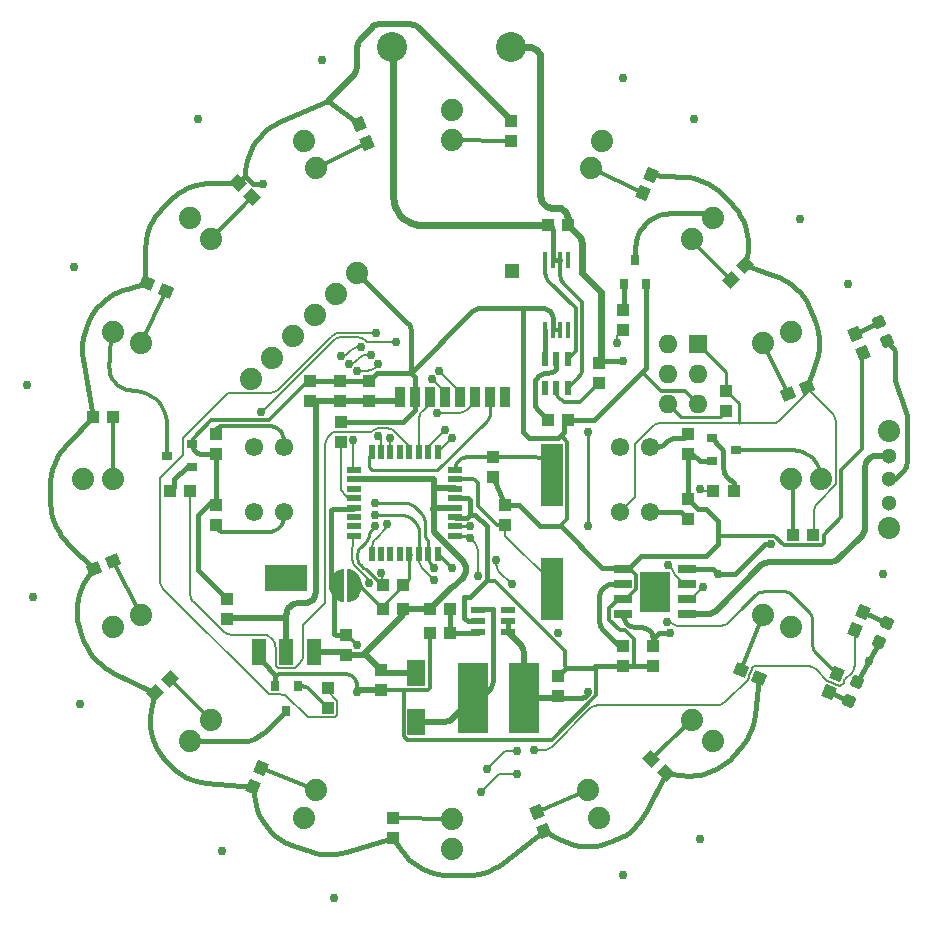
<source format=gbr>
%TF.GenerationSoftware,KiCad,Pcbnew,(6.0.4-0)*%
%TF.CreationDate,2022-11-18T01:13:12+01:00*%
%TF.ProjectId,iO_Atletehe_rev1,694f5f41-746c-4657-9465-68655f726576,rev?*%
%TF.SameCoordinates,Original*%
%TF.FileFunction,Copper,L1,Top*%
%TF.FilePolarity,Positive*%
%FSLAX46Y46*%
G04 Gerber Fmt 4.6, Leading zero omitted, Abs format (unit mm)*
G04 Created by KiCad (PCBNEW (6.0.4-0)) date 2022-11-18 01:13:12*
%MOMM*%
%LPD*%
G01*
G04 APERTURE LIST*
G04 Aperture macros list*
%AMRoundRect*
0 Rectangle with rounded corners*
0 $1 Rounding radius*
0 $2 $3 $4 $5 $6 $7 $8 $9 X,Y pos of 4 corners*
0 Add a 4 corners polygon primitive as box body*
4,1,4,$2,$3,$4,$5,$6,$7,$8,$9,$2,$3,0*
0 Add four circle primitives for the rounded corners*
1,1,$1+$1,$2,$3*
1,1,$1+$1,$4,$5*
1,1,$1+$1,$6,$7*
1,1,$1+$1,$8,$9*
0 Add four rect primitives between the rounded corners*
20,1,$1+$1,$2,$3,$4,$5,0*
20,1,$1+$1,$4,$5,$6,$7,0*
20,1,$1+$1,$6,$7,$8,$9,0*
20,1,$1+$1,$8,$9,$2,$3,0*%
%AMRotRect*
0 Rectangle, with rotation*
0 The origin of the aperture is its center*
0 $1 length*
0 $2 width*
0 $3 Rotation angle, in degrees counterclockwise*
0 Add horizontal line*
21,1,$1,$2,0,0,$3*%
G04 Aperture macros list end*
%TA.AperFunction,SMDPad,CuDef*%
%ADD10R,1.000000X1.100000*%
%TD*%
%TA.AperFunction,SMDPad,CuDef*%
%ADD11O,1.600000X1.600000*%
%TD*%
%TA.AperFunction,SMDPad,CuDef*%
%ADD12R,1.600000X1.600000*%
%TD*%
%TA.AperFunction,SMDPad,CuDef*%
%ADD13RotRect,1.100000X1.000000X315.000000*%
%TD*%
%TA.AperFunction,SMDPad,CuDef*%
%ADD14R,1.270000X0.558800*%
%TD*%
%TA.AperFunction,SMDPad,CuDef*%
%ADD15R,0.558800X1.270000*%
%TD*%
%TA.AperFunction,SMDPad,CuDef*%
%ADD16R,0.800000X0.900000*%
%TD*%
%TA.AperFunction,ComponentPad*%
%ADD17C,1.879600*%
%TD*%
%TA.AperFunction,SMDPad,CuDef*%
%ADD18RotRect,1.100000X1.000000X112.500000*%
%TD*%
%TA.AperFunction,SMDPad,CuDef*%
%ADD19R,1.525000X0.700000*%
%TD*%
%TA.AperFunction,SMDPad,CuDef*%
%ADD20R,2.513000X3.402000*%
%TD*%
%TA.AperFunction,SMDPad,CuDef*%
%ADD21R,1.100000X1.000000*%
%TD*%
%TA.AperFunction,SMDPad,CuDef*%
%ADD22RoundRect,0.015240X0.060960X-0.137160X0.060960X0.137160X-0.060960X0.137160X-0.060960X-0.137160X0*%
%TD*%
%TA.AperFunction,SMDPad,CuDef*%
%ADD23RoundRect,0.015240X-0.060960X0.137160X-0.060960X-0.137160X0.060960X-0.137160X0.060960X0.137160X0*%
%TD*%
%TA.AperFunction,SMDPad,CuDef*%
%ADD24RotRect,1.100000X1.000000X292.500000*%
%TD*%
%TA.AperFunction,SMDPad,CuDef*%
%ADD25R,0.450000X1.475000*%
%TD*%
%TA.AperFunction,SMDPad,CuDef*%
%ADD26RoundRect,0.150000X-0.457297X-0.189419X0.189419X-0.457297X0.457297X0.189419X-0.189419X0.457297X0*%
%TD*%
%TA.AperFunction,SMDPad,CuDef*%
%ADD27RotRect,1.100000X1.000000X247.500000*%
%TD*%
%TA.AperFunction,SMDPad,CuDef*%
%ADD28RoundRect,0.150000X-0.189419X-0.457297X0.457297X-0.189419X0.189419X0.457297X-0.457297X0.189419X0*%
%TD*%
%TA.AperFunction,SMDPad,CuDef*%
%ADD29R,1.550000X2.200000*%
%TD*%
%TA.AperFunction,SMDPad,CuDef*%
%ADD30R,0.900000X0.800000*%
%TD*%
%TA.AperFunction,ComponentPad*%
%ADD31C,1.550000*%
%TD*%
%TA.AperFunction,SMDPad,CuDef*%
%ADD32R,1.200000X0.600000*%
%TD*%
%TA.AperFunction,SMDPad,CuDef*%
%ADD33RotRect,1.100000X1.000000X135.000000*%
%TD*%
%TA.AperFunction,SMDPad,CuDef*%
%ADD34RotRect,1.100000X1.000000X337.500000*%
%TD*%
%TA.AperFunction,SMDPad,CuDef*%
%ADD35RotRect,1.100000X1.000000X67.500000*%
%TD*%
%TA.AperFunction,SMDPad,CuDef*%
%ADD36RotRect,1.100000X1.000000X225.000000*%
%TD*%
%TA.AperFunction,SMDPad,CuDef*%
%ADD37RotRect,1.100000X1.000000X22.500000*%
%TD*%
%TA.AperFunction,SMDPad,CuDef*%
%ADD38R,2.500000X6.000000*%
%TD*%
%TA.AperFunction,SMDPad,CuDef*%
%ADD39RoundRect,0.150000X0.457297X0.189419X-0.189419X0.457297X-0.457297X-0.189419X0.189419X-0.457297X0*%
%TD*%
%TA.AperFunction,SMDPad,CuDef*%
%ADD40R,1.930400X5.334000*%
%TD*%
%TA.AperFunction,SMDPad,CuDef*%
%ADD41RotRect,1.100000X1.000000X202.500000*%
%TD*%
%TA.AperFunction,SMDPad,CuDef*%
%ADD42RotRect,1.100000X1.000000X157.500000*%
%TD*%
%TA.AperFunction,SMDPad,CuDef*%
%ADD43R,0.600000X1.200000*%
%TD*%
%TA.AperFunction,SMDPad,CuDef*%
%ADD44R,0.812800X1.676400*%
%TD*%
%TA.AperFunction,ComponentPad*%
%ADD45R,1.308000X1.308000*%
%TD*%
%TA.AperFunction,SMDPad,CuDef*%
%ADD46RotRect,1.100000X1.000000X45.000000*%
%TD*%
%TA.AperFunction,SMDPad,CuDef*%
%ADD47R,1.219200X2.235200*%
%TD*%
%TA.AperFunction,SMDPad,CuDef*%
%ADD48R,3.600000X2.200000*%
%TD*%
%TA.AperFunction,ComponentPad*%
%ADD49C,2.540000*%
%TD*%
%TA.AperFunction,ComponentPad*%
%ADD50C,1.300000*%
%TD*%
%TA.AperFunction,ComponentPad*%
%ADD51C,1.875000*%
%TD*%
%TA.AperFunction,ViaPad*%
%ADD52C,0.756400*%
%TD*%
%TA.AperFunction,Conductor*%
%ADD53C,0.250000*%
%TD*%
%TA.AperFunction,Conductor*%
%ADD54C,0.203200*%
%TD*%
%TA.AperFunction,Conductor*%
%ADD55C,0.406400*%
%TD*%
%TA.AperFunction,Conductor*%
%ADD56C,0.304800*%
%TD*%
%TA.AperFunction,Conductor*%
%ADD57C,0.508000*%
%TD*%
%TA.AperFunction,Conductor*%
%ADD58C,0.254000*%
%TD*%
%TA.AperFunction,Conductor*%
%ADD59C,0.609600*%
%TD*%
G04 APERTURE END LIST*
%TO.C,RST0*%
G36*
X139841873Y-112615197D02*
G01*
X140061114Y-112695138D01*
X140264267Y-112809970D01*
X140445822Y-112956582D01*
X140600858Y-113130998D01*
X140725173Y-113328490D01*
X140815397Y-113543704D01*
X140869081Y-113770806D01*
X140884771Y-114003600D01*
X140869081Y-114236394D01*
X140815396Y-114463497D01*
X140725172Y-114678710D01*
X140600858Y-114876202D01*
X140445821Y-115050618D01*
X140264266Y-115197230D01*
X140061114Y-115312062D01*
X139841873Y-115392003D01*
X139609685Y-115435409D01*
X139609685Y-112571791D01*
X139841873Y-112615197D01*
G37*
G36*
X139392515Y-115435409D02*
G01*
X139160327Y-115392003D01*
X138941086Y-115312062D01*
X138737934Y-115197230D01*
X138556379Y-115050618D01*
X138401342Y-114876202D01*
X138277028Y-114678710D01*
X138186804Y-114463497D01*
X138133119Y-114236394D01*
X138117429Y-114003600D01*
X138133119Y-113770806D01*
X138186803Y-113543704D01*
X138277027Y-113328490D01*
X138401342Y-113130998D01*
X138556378Y-112956582D01*
X138737933Y-112809970D01*
X138941086Y-112695138D01*
X139160327Y-112615197D01*
X139392515Y-112571791D01*
X139392515Y-115435409D01*
G37*
%TD*%
D10*
%TO.P,R34,1*%
%TO.N,/RESET*%
X171754800Y-99198800D03*
%TO.P,R34,2*%
%TO.N,5V*%
X171754800Y-97498800D03*
%TD*%
D11*
%TO.P,J3,1,MISO*%
%TO.N,/D12*%
X166827200Y-93573600D03*
D12*
%TO.P,J3,2,VCC*%
%TO.N,5V*%
X169367200Y-93573600D03*
D11*
%TO.P,J3,3,SCK*%
%TO.N,/D13*%
X166827200Y-96113600D03*
%TO.P,J3,4,MOSI*%
%TO.N,/D11*%
X169367200Y-96113600D03*
%TO.P,J3,5,~{RST}*%
%TO.N,/RESET*%
X166827200Y-98653600D03*
%TO.P,J3,6,GND*%
%TO.N,GND*%
X169367200Y-98653600D03*
%TD*%
D10*
%TO.P,C2,1*%
%TO.N,AREF*%
X139081100Y-101843600D03*
%TO.P,C2,2*%
%TO.N,GND*%
X139081100Y-100143600D03*
%TD*%
D13*
%TO.P,R20,1*%
%TO.N,N$23*%
X165400059Y-128652559D03*
%TO.P,R20,2*%
%TO.N,5V*%
X166602141Y-129854641D03*
%TD*%
D10*
%TO.P,R1,1*%
%TO.N,N$3*%
X163001100Y-119153600D03*
%TO.P,R1,2*%
%TO.N,GND*%
X163001100Y-120853600D03*
%TD*%
D14*
%TO.P,U1,1*%
%TO.N,D3*%
X148793700Y-109803600D03*
%TO.P,U1,2*%
%TO.N,D4*%
X148793700Y-109003600D03*
%TO.P,U1,3*%
%TO.N,GND*%
X148793700Y-108203600D03*
%TO.P,U1,4*%
%TO.N,5V*%
X148793700Y-107403600D03*
%TO.P,U1,5*%
%TO.N,GND*%
X148793700Y-106603600D03*
%TO.P,U1,6*%
%TO.N,5V*%
X148793700Y-105803600D03*
%TO.P,U1,7*%
%TO.N,N$10*%
X148793700Y-105003600D03*
%TO.P,U1,8*%
%TO.N,N$11*%
X148793700Y-104203600D03*
D15*
%TO.P,U1,9*%
%TO.N,D5*%
X147301100Y-102711000D03*
%TO.P,U1,10*%
%TO.N,D6*%
X146501100Y-102711000D03*
%TO.P,U1,11*%
%TO.N,D7*%
X145701100Y-102711000D03*
%TO.P,U1,12*%
%TO.N,D8*%
X144901100Y-102711000D03*
%TO.P,U1,13*%
%TO.N,D9*%
X144101100Y-102711000D03*
%TO.P,U1,14*%
%TO.N,D10*%
X143301100Y-102711000D03*
%TO.P,U1,15*%
%TO.N,D11*%
X142501100Y-102711000D03*
%TO.P,U1,16*%
%TO.N,D12*%
X141701100Y-102711000D03*
D14*
%TO.P,U1,17*%
%TO.N,D13*%
X140208500Y-104203600D03*
%TO.P,U1,18*%
%TO.N,5V*%
X140208500Y-105003600D03*
%TO.P,U1,19*%
%TO.N,A6*%
X140208500Y-105803600D03*
%TO.P,U1,20*%
%TO.N,AREF*%
X140208500Y-106603600D03*
%TO.P,U1,21*%
%TO.N,GND*%
X140208500Y-107403600D03*
%TO.P,U1,22*%
%TO.N,A7*%
X140208500Y-108203600D03*
%TO.P,U1,23*%
%TO.N,A0*%
X140208500Y-109003600D03*
%TO.P,U1,24*%
%TO.N,A1*%
X140208500Y-109803600D03*
D15*
%TO.P,U1,25*%
%TO.N,A2*%
X141701100Y-111296200D03*
%TO.P,U1,26*%
%TO.N,A3*%
X142501100Y-111296200D03*
%TO.P,U1,27*%
%TO.N,SDA*%
X143301100Y-111296200D03*
%TO.P,U1,28*%
%TO.N,SCL*%
X144101100Y-111296200D03*
%TO.P,U1,29*%
%TO.N,RESET*%
X144901100Y-111296200D03*
%TO.P,U1,30*%
%TO.N,RXD*%
X145701100Y-111296200D03*
%TO.P,U1,31*%
%TO.N,TXD*%
X146501100Y-111296200D03*
%TO.P,U1,32*%
%TO.N,D2*%
X147301100Y-111296200D03*
%TD*%
D16*
%TO.P,Q2,1*%
%TO.N,N$38*%
X163051100Y-88503600D03*
%TO.P,Q2,2*%
%TO.N,GND*%
X164951100Y-88503600D03*
%TO.P,Q2,3*%
%TO.N,N$34*%
X164001100Y-86403600D03*
%TD*%
D17*
%TO.P,J2,1*%
%TO.N,RESET_CAP*%
X131501100Y-96503600D03*
%TO.P,J2,2*%
%TO.N,RXD*%
X133297151Y-94707549D03*
%TO.P,J2,3*%
%TO.N,TXD*%
X135093202Y-92911498D03*
%TO.P,J2,4*%
%TO.N,5V*%
X136889254Y-91115446D03*
%TO.P,J2,5*%
%TO.N,N/C*%
X138685305Y-89319395D03*
%TO.P,J2,6*%
%TO.N,GND*%
X140481356Y-87523344D03*
%TD*%
D18*
%TO.P,R29,1*%
%TO.N,N$32*%
X141326381Y-76538898D03*
%TO.P,R29,2*%
%TO.N,5V*%
X140675819Y-74968302D03*
%TD*%
D10*
%TO.P,R22,1*%
%TO.N,N$25*%
X143501100Y-133653600D03*
%TO.P,R22,2*%
%TO.N,5V*%
X143501100Y-135353600D03*
%TD*%
D19*
%TO.P,IC1,1*%
%TO.N,GND*%
X162959100Y-112618600D03*
%TO.P,IC1,2*%
%TO.N,N$3*%
X162959100Y-113888600D03*
%TO.P,IC1,3*%
%TO.N,GND*%
X162959100Y-115158600D03*
%TO.P,IC1,4*%
%TO.N,VIN*%
X162959100Y-116428600D03*
%TO.P,IC1,5*%
%TO.N,V_BATT*%
X168383100Y-116428600D03*
%TO.P,IC1,6*%
%TO.N,N$6*%
X168383100Y-115158600D03*
%TO.P,IC1,7*%
%TO.N,N$7*%
X168383100Y-113888600D03*
%TO.P,IC1,8*%
%TO.N,VIN*%
X168383100Y-112618600D03*
D20*
%TO.P,IC1,9*%
%TO.N,N/C*%
X165671100Y-114523600D03*
%TD*%
D17*
%TO.P,D6,A*%
%TO.N,N$21*%
X177231100Y-105003600D03*
%TO.P,D6,K*%
%TO.N,N$35*%
X179771100Y-105003600D03*
%TD*%
%TO.P,D8,A*%
%TO.N,N$23*%
X168853074Y-125355574D03*
%TO.P,D8,K*%
%TO.N,N$35*%
X170649126Y-127151626D03*
%TD*%
%TO.P,D11,A*%
%TO.N,N$26*%
X136987108Y-131330273D03*
%TO.P,D11,K*%
%TO.N,N$36*%
X136015092Y-133676927D03*
%TD*%
D10*
%TO.P,R32,1*%
%TO.N,D6*%
X138001100Y-122653600D03*
%TO.P,R32,2*%
%TO.N,N$40*%
X138001100Y-124353600D03*
%TD*%
D21*
%TO.P,R9,1*%
%TO.N,N$13*%
X148351100Y-116003600D03*
%TO.P,R9,2*%
%TO.N,5V*%
X146651100Y-116003600D03*
%TD*%
D22*
%TO.P,RST0,1*%
%TO.N,RESET*%
X140771100Y-114003600D03*
D23*
%TO.P,RST0,2*%
%TO.N,GND*%
X138231100Y-114003600D03*
%TD*%
D10*
%TO.P,C9,1*%
%TO.N,GND*%
X153001100Y-107153600D03*
%TO.P,C9,2*%
%TO.N,N$10*%
X153001100Y-108853600D03*
%TD*%
D24*
%TO.P,R21,1*%
%TO.N,N$24*%
X155675819Y-133218302D03*
%TO.P,R21,2*%
%TO.N,5V*%
X156326381Y-134788898D03*
%TD*%
D17*
%TO.P,D12,A*%
%TO.N,N$29*%
X128149126Y-125355574D03*
%TO.P,D12,K*%
%TO.N,N$36*%
X126353074Y-127151626D03*
%TD*%
D21*
%TO.P,R6,1*%
%TO.N,RESET*%
X142651100Y-116003600D03*
%TO.P,R6,2*%
%TO.N,5V*%
X144351100Y-116003600D03*
%TD*%
D25*
%TO.P,Q1,1*%
%TO.N,N/C*%
X158336100Y-86465600D03*
%TO.P,Q1,2*%
%TO.N,GND-ISO*%
X157686100Y-86465600D03*
%TO.P,Q1,3*%
X157036100Y-86465600D03*
%TO.P,Q1,4*%
%TO.N,OD*%
X156386100Y-86465600D03*
%TO.P,Q1,5*%
%TO.N,N$1*%
X156386100Y-92341600D03*
%TO.P,Q1,6*%
%TO.N,GND*%
X157036100Y-92341600D03*
%TO.P,Q1,7*%
X157686100Y-92341600D03*
%TO.P,Q1,8*%
%TO.N,N/C*%
X158336100Y-92341600D03*
%TD*%
D10*
%TO.P,R5,1*%
%TO.N,N$9*%
X161001100Y-96853600D03*
%TO.P,R5,2*%
%TO.N,V_BATT*%
X161001100Y-95153600D03*
%TD*%
D26*
%TO.P,RED0,A*%
%TO.N,VIN*%
X184665487Y-118813842D03*
%TO.P,RED0,C*%
%TO.N,N$5*%
X185336713Y-117193358D03*
%TD*%
D24*
%TO.P,R7,1*%
%TO.N,N$2*%
X182675819Y-92718302D03*
%TO.P,R7,2*%
%TO.N,GND*%
X183326381Y-94288898D03*
%TD*%
D17*
%TO.P,D16,A*%
%TO.N,N$31*%
X128149126Y-84651626D03*
%TO.P,D16,K*%
%TO.N,N$37*%
X126353074Y-82855574D03*
%TD*%
D21*
%TO.P,R4,1*%
%TO.N,N$8*%
X156651100Y-100003600D03*
%TO.P,R4,2*%
%TO.N,GND*%
X158351100Y-100003600D03*
%TD*%
D10*
%TO.P,C10,1*%
%TO.N,GND*%
X152001100Y-104853600D03*
%TO.P,C10,2*%
%TO.N,N$11*%
X152001100Y-103153600D03*
%TD*%
D21*
%TO.P,R8,1*%
%TO.N,GND*%
X146651100Y-118003600D03*
%TO.P,R8,2*%
%TO.N,N$13*%
X148351100Y-118003600D03*
%TD*%
D17*
%TO.P,D7,A*%
%TO.N,N$22*%
X174827773Y-116517592D03*
%TO.P,D7,K*%
%TO.N,N$35*%
X177174427Y-117489608D03*
%TD*%
D27*
%TO.P,R3,1*%
%TO.N,N$5*%
X183326381Y-116218302D03*
%TO.P,R3,2*%
%TO.N,N$7*%
X182675819Y-117788898D03*
%TD*%
D17*
%TO.P,D13,A*%
%TO.N,N$28*%
X122174427Y-116517592D03*
%TO.P,D13,K*%
%TO.N,N$36*%
X119827773Y-117489608D03*
%TD*%
D10*
%TO.P,R12,1*%
%TO.N,A1*%
X168501100Y-108353600D03*
%TO.P,R12,2*%
%TO.N,GND*%
X168501100Y-106653600D03*
%TD*%
%TO.P,C11,1*%
%TO.N,GND*%
X136501100Y-96653600D03*
%TO.P,C11,2*%
%TO.N,3.3V*%
X136501100Y-98353600D03*
%TD*%
D28*
%TO.P,BLUE0,A*%
%TO.N,N$14*%
X185336713Y-93313842D03*
%TO.P,BLUE0,C*%
%TO.N,N$2*%
X184665487Y-91693358D03*
%TD*%
D27*
%TO.P,R23,1*%
%TO.N,N$26*%
X132326381Y-129468302D03*
%TO.P,R23,2*%
%TO.N,5V*%
X131675819Y-131038898D03*
%TD*%
D29*
%TO.P,D1,1*%
%TO.N,5V*%
X145501100Y-121453600D03*
%TO.P,D1,2*%
%TO.N,N$12*%
X145501100Y-125553600D03*
%TD*%
D17*
%TO.P,D17,A*%
%TO.N,N$32*%
X136987108Y-78676927D03*
%TO.P,D17,K*%
%TO.N,N$37*%
X136015092Y-76330273D03*
%TD*%
%TO.P,D14,A*%
%TO.N,N$27*%
X119771100Y-105003600D03*
%TO.P,D14,K*%
%TO.N,N$37*%
X117231100Y-105003600D03*
%TD*%
D10*
%TO.P,C8,1*%
%TO.N,3.3V*%
X129501100Y-116853600D03*
%TO.P,C8,2*%
%TO.N,GND*%
X129501100Y-115153600D03*
%TD*%
D30*
%TO.P,Q5,1*%
%TO.N,N$41*%
X126501100Y-103953600D03*
%TO.P,Q5,2*%
%TO.N,GND*%
X126501100Y-102053600D03*
%TO.P,Q5,3*%
%TO.N,N$37*%
X124401100Y-103003600D03*
%TD*%
%TO.P,Q3,1*%
%TO.N,N$39*%
X170501100Y-101553600D03*
%TO.P,Q3,2*%
%TO.N,GND*%
X170501100Y-103453600D03*
%TO.P,Q3,3*%
%TO.N,N$35*%
X172601100Y-102503600D03*
%TD*%
D10*
%TO.P,C7,1*%
%TO.N,5V*%
X139501100Y-119853600D03*
%TO.P,C7,2*%
%TO.N,GND*%
X139501100Y-118153600D03*
%TD*%
D21*
%TO.P,R33,1*%
%TO.N,D8*%
X126351100Y-106003600D03*
%TO.P,R33,2*%
%TO.N,N$41*%
X124651100Y-106003600D03*
%TD*%
D17*
%TO.P,D15,A*%
%TO.N,N$30*%
X122174427Y-93489608D03*
%TO.P,D15,K*%
%TO.N,N$37*%
X119827773Y-92517592D03*
%TD*%
D31*
%TO.P,IC4,1*%
%TO.N,5V*%
X162731100Y-107753600D03*
%TO.P,IC4,2*%
%TO.N,A1*%
X165271100Y-107753600D03*
%TO.P,IC4,3*%
%TO.N,N$15*%
X165271100Y-102253600D03*
%TO.P,IC4,4*%
%TO.N,D4*%
X162731100Y-102253600D03*
%TD*%
D32*
%TO.P,U2,1*%
%TO.N,N$12*%
X150751100Y-116053600D03*
%TO.P,U2,2*%
%TO.N,GND*%
X150751100Y-117003600D03*
%TO.P,U2,3*%
%TO.N,N$13*%
X150751100Y-117953600D03*
%TO.P,U2,4*%
%TO.N,N$14*%
X153251100Y-117953600D03*
%TO.P,U2,5*%
X153251100Y-117003600D03*
%TO.P,U2,6*%
%TO.N,N/C*%
X153251100Y-116053600D03*
%TD*%
D17*
%TO.P,D3,A*%
%TO.N,N$18*%
X160265092Y-78676927D03*
%TO.P,D3,K*%
%TO.N,N$34*%
X161237108Y-76330273D03*
%TD*%
D33*
%TO.P,R28,1*%
%TO.N,N$31*%
X131602141Y-81104641D03*
%TO.P,R28,2*%
%TO.N,5V*%
X130400059Y-79902559D03*
%TD*%
D21*
%TO.P,R26,1*%
%TO.N,N$27*%
X119851100Y-99753600D03*
%TO.P,R26,2*%
%TO.N,5V*%
X118151100Y-99753600D03*
%TD*%
D34*
%TO.P,R19,1*%
%TO.N,N$22*%
X172965802Y-121178319D03*
%TO.P,R19,2*%
%TO.N,5V*%
X174536398Y-121828881D03*
%TD*%
D35*
%TO.P,R15,1*%
%TO.N,N$18*%
X164675819Y-80788898D03*
%TO.P,R15,2*%
%TO.N,5V*%
X165326381Y-79218302D03*
%TD*%
D10*
%TO.P,R10,1*%
%TO.N,N$15*%
X168501100Y-101153600D03*
%TO.P,R10,2*%
%TO.N,GND*%
X168501100Y-102853600D03*
%TD*%
D17*
%TO.P,D10,A*%
%TO.N,N$25*%
X148501100Y-133733600D03*
%TO.P,D10,K*%
%TO.N,N$36*%
X148501100Y-136273600D03*
%TD*%
%TO.P,D4,A*%
%TO.N,N$19*%
X168853074Y-84651626D03*
%TO.P,D4,K*%
%TO.N,N$34*%
X170649126Y-82855574D03*
%TD*%
D21*
%TO.P,R18,1*%
%TO.N,N$21*%
X177401100Y-109753600D03*
%TO.P,R18,2*%
%TO.N,5V*%
X179101100Y-109753600D03*
%TD*%
D36*
%TO.P,R24,1*%
%TO.N,N$29*%
X124602141Y-121902559D03*
%TO.P,R24,2*%
%TO.N,5V*%
X123400059Y-123104641D03*
%TD*%
D37*
%TO.P,R17,1*%
%TO.N,N$20*%
X176965802Y-97828881D03*
%TO.P,R17,2*%
%TO.N,5V*%
X178536398Y-97178319D03*
%TD*%
D10*
%TO.P,C5,1*%
%TO.N,N$14*%
X157501100Y-123353600D03*
%TO.P,C5,2*%
%TO.N,GND*%
X157501100Y-121653600D03*
%TD*%
D38*
%TO.P,L2,1*%
%TO.N,N$12*%
X150326100Y-123503600D03*
%TO.P,L2,2*%
%TO.N,N$14*%
X154626100Y-123503600D03*
%TD*%
D39*
%TO.P,GREEN0,A*%
%TO.N,VIN*%
X182836713Y-122193358D03*
%TO.P,GREEN0,C*%
%TO.N,N$4*%
X182165487Y-123813842D03*
%TD*%
D10*
%TO.P,C1,1*%
%TO.N,VIN*%
X165501100Y-119153600D03*
%TO.P,C1,2*%
%TO.N,GND*%
X165501100Y-120853600D03*
%TD*%
D40*
%TO.P,Y1,1*%
%TO.N,N$11*%
X157001100Y-104677600D03*
%TO.P,Y1,2*%
%TO.N,N$10*%
X157001100Y-114329600D03*
%TD*%
D21*
%TO.P,C3,1*%
%TO.N,RESET_CAP*%
X142651100Y-114003600D03*
%TO.P,C3,2*%
%TO.N,RESET*%
X144351100Y-114003600D03*
%TD*%
D16*
%TO.P,Q4,1*%
%TO.N,N$40*%
X135451100Y-122503600D03*
%TO.P,Q4,2*%
%TO.N,GND*%
X133551100Y-122503600D03*
%TO.P,Q4,3*%
%TO.N,N$36*%
X134501100Y-124603600D03*
%TD*%
D10*
%TO.P,C13,1*%
%TO.N,GND*%
X139001100Y-96653600D03*
%TO.P,C13,2*%
%TO.N,3.3V*%
X139001100Y-98353600D03*
%TD*%
%TO.P,R13,1*%
%TO.N,A2*%
X128501100Y-108853600D03*
%TO.P,R13,2*%
%TO.N,GND*%
X128501100Y-107153600D03*
%TD*%
D21*
%TO.P,C4,1*%
%TO.N,GND-ISO*%
X156651100Y-83503600D03*
%TO.P,C4,2*%
%TO.N,V_BATT*%
X158351100Y-83503600D03*
%TD*%
D17*
%TO.P,D9,A*%
%TO.N,N$24*%
X160015092Y-131330273D03*
%TO.P,D9,K*%
%TO.N,N$35*%
X160987108Y-133676927D03*
%TD*%
D41*
%TO.P,R25,1*%
%TO.N,N$28*%
X119786398Y-111928319D03*
%TO.P,R25,2*%
%TO.N,5V*%
X118215802Y-112578881D03*
%TD*%
D10*
%TO.P,R11,1*%
%TO.N,GND*%
X128501100Y-102853600D03*
%TO.P,R11,2*%
%TO.N,N$17*%
X128501100Y-101153600D03*
%TD*%
D42*
%TO.P,R27,1*%
%TO.N,N$30*%
X124286398Y-89078881D03*
%TO.P,R27,2*%
%TO.N,5V*%
X122715802Y-88428319D03*
%TD*%
D10*
%TO.P,R14,1*%
%TO.N,N$16*%
X153501100Y-76353600D03*
%TO.P,R14,2*%
%TO.N,5V*%
X153501100Y-74653600D03*
%TD*%
D43*
%TO.P,IC2,1*%
%TO.N,OD*%
X158311100Y-94813600D03*
%TO.P,IC2,2*%
%TO.N,N$8*%
X157361100Y-94813600D03*
%TO.P,IC2,3*%
%TO.N,N$1*%
X156411100Y-94813600D03*
%TO.P,IC2,4*%
%TO.N,N/C*%
X156411100Y-97313600D03*
%TO.P,IC2,5*%
%TO.N,N$9*%
X157361100Y-97313600D03*
%TO.P,IC2,6*%
%TO.N,GND-ISO*%
X158311100Y-97313600D03*
%TD*%
D44*
%TO.P,U$2,3V3*%
%TO.N,3.3V*%
X144111100Y-98003600D03*
%TO.P,U$2,CE*%
%TO.N,D7*%
X146651100Y-98003600D03*
%TO.P,U$2,CSN*%
%TO.N,D10*%
X147921100Y-98003600D03*
%TO.P,U$2,GND*%
%TO.N,GND*%
X145381100Y-98003600D03*
D45*
%TO.P,U$2,GND2*%
%TO.N,N/C*%
X153626100Y-87378600D03*
D44*
%TO.P,U$2,IRQ*%
X153001100Y-98003600D03*
%TO.P,U$2,MISO*%
%TO.N,D12*%
X151731100Y-98003600D03*
%TO.P,U$2,MOSI*%
%TO.N,D11*%
X150461100Y-98003600D03*
%TO.P,U$2,SCK*%
%TO.N,D13*%
X149191100Y-98003600D03*
%TD*%
D46*
%TO.P,R16,1*%
%TO.N,N$19*%
X172150059Y-88104641D03*
%TO.P,R16,2*%
%TO.N,5V*%
X173352141Y-86902559D03*
%TD*%
D47*
%TO.P,U$1,1*%
%TO.N,GND*%
X132189700Y-119602400D03*
%TO.P,U$1,2*%
%TO.N,3.3V*%
X134501100Y-119602400D03*
%TO.P,U$1,3*%
%TO.N,5V*%
X136812500Y-119602400D03*
D48*
%TO.P,U$1,4*%
%TO.N,N/C*%
X134501100Y-113404600D03*
%TD*%
D10*
%TO.P,C12,1*%
%TO.N,GND*%
X141501100Y-96653600D03*
%TO.P,C12,2*%
%TO.N,3.3V*%
X141501100Y-98353600D03*
%TD*%
D35*
%TO.P,R2,1*%
%TO.N,N$4*%
X180425819Y-123038898D03*
%TO.P,R2,2*%
%TO.N,N$6*%
X181076381Y-121468302D03*
%TD*%
D31*
%TO.P,IC3,1*%
%TO.N,5V*%
X131731100Y-107753600D03*
%TO.P,IC3,2*%
%TO.N,A2*%
X134271100Y-107753600D03*
%TO.P,IC3,3*%
%TO.N,N$17*%
X134271100Y-102253600D03*
%TO.P,IC3,4*%
%TO.N,D5*%
X131731100Y-102253600D03*
%TD*%
D17*
%TO.P,D5,A*%
%TO.N,N$20*%
X174827773Y-93489608D03*
%TO.P,D5,K*%
%TO.N,N$34*%
X177174427Y-92517592D03*
%TD*%
D10*
%TO.P,R30,1*%
%TO.N,D2*%
X163001100Y-92353600D03*
%TO.P,R30,2*%
%TO.N,N$38*%
X163001100Y-90653600D03*
%TD*%
D17*
%TO.P,D2,A*%
%TO.N,N$16*%
X148501100Y-76273600D03*
%TO.P,D2,K*%
%TO.N,N$34*%
X148501100Y-73733600D03*
%TD*%
D10*
%TO.P,C6,1*%
%TO.N,5V*%
X142501100Y-121153600D03*
%TO.P,C6,2*%
%TO.N,GND*%
X142501100Y-122853600D03*
%TD*%
D21*
%TO.P,R31,1*%
%TO.N,D3*%
X170651100Y-106003600D03*
%TO.P,R31,2*%
%TO.N,N$39*%
X172351100Y-106003600D03*
%TD*%
D49*
%TO.P,BT2,+*%
%TO.N,V_BATT*%
X153471100Y-68403600D03*
%TO.P,BT2,-*%
%TO.N,GND-ISO*%
X143471100Y-68403600D03*
%TD*%
D50*
%TO.P,S1,1*%
%TO.N,V_BATT*%
X185501100Y-103003600D03*
%TO.P,S1,2*%
%TO.N,N$14*%
X185501100Y-105003600D03*
%TO.P,S1,3*%
%TO.N,N/C*%
X185501100Y-107003600D03*
D51*
%TO.P,S1,MH1*%
X185501100Y-100903600D03*
%TO.P,S1,MH2*%
X185501100Y-109103600D03*
%TD*%
D52*
%TO.N,GND*%
X112501100Y-97003600D03*
X113001100Y-115003600D03*
X163001100Y-71003600D03*
X140505100Y-119044800D03*
X140501100Y-123003600D03*
X137501100Y-69503600D03*
X182001100Y-88503600D03*
X138501100Y-140503600D03*
X157501100Y-118003600D03*
X127001100Y-74503600D03*
X129001100Y-136503600D03*
X117001100Y-124003600D03*
X178001100Y-83003600D03*
X185001100Y-113003600D03*
X116501100Y-87003600D03*
X163001100Y-138503600D03*
X169001100Y-74503600D03*
X169501100Y-135503600D03*
%TO.N,D10*%
X141660800Y-94508400D03*
X143261000Y-101531500D03*
X139793900Y-95219600D03*
X146817000Y-96553100D03*
%TO.N,D11*%
X147261500Y-99397900D03*
X142283100Y-101353700D03*
X140505100Y-95841900D03*
X142283100Y-95219600D03*
%TO.N,D13*%
X140771800Y-93797200D03*
X139082700Y-94597300D03*
X147439300Y-95841900D03*
X140149500Y-101709300D03*
%TO.N,A1*%
X141483000Y-113799700D03*
X152239900Y-111843900D03*
X153573400Y-113888600D03*
%TO.N,A2*%
X142994300Y-108821300D03*
%TO.N,D3*%
X150728600Y-113177400D03*
X150001100Y-110003600D03*
X169486500Y-105798700D03*
%TO.N,D4*%
X150001100Y-109003600D03*
%TO.N,D6*%
X142105300Y-92641500D03*
X147883800Y-100820300D03*
%TO.N,D5*%
X143794400Y-93352700D03*
X132326300Y-99309000D03*
X148506100Y-101531500D03*
%TO.N,TXD*%
X151501100Y-129503600D03*
X154001100Y-128003600D03*
X147001100Y-112503600D03*
X142001100Y-107003600D03*
%TO.N,RXD*%
X154001100Y-130003600D03*
X142001100Y-108003600D03*
X147001100Y-113503600D03*
X151001100Y-131503600D03*
%TO.N,D2*%
X148501100Y-112503600D03*
X160001100Y-101003600D03*
X162501100Y-93503600D03*
X160001100Y-109003600D03*
%TO.N,RESET_CAP*%
X142501100Y-112903600D03*
X142001100Y-109003600D03*
%TO.N,5V*%
X132501100Y-80003600D03*
X147001100Y-107503600D03*
%TO.N,VIN*%
X167001100Y-118003600D03*
X171001100Y-113003600D03*
X175501100Y-110503600D03*
X183807725Y-120398960D03*
%TO.N,N$7*%
X166819500Y-112288400D03*
X155440300Y-127934800D03*
%TO.N,N$6*%
X169753200Y-114155300D03*
X166730600Y-117089000D03*
%TO.N,V_BATT*%
X163001100Y-95003600D03*
%TO.N,N$14*%
X160001100Y-123003600D03*
%TD*%
D53*
%TO.N,5V*%
X171754800Y-97498800D02*
X172821600Y-98565600D01*
X172821600Y-100243800D02*
X172778500Y-100286900D01*
D54*
X166166912Y-100286900D02*
X172778500Y-100286900D01*
X172778500Y-100286900D02*
X175561987Y-100286900D01*
D53*
X172821600Y-98565600D02*
X172821600Y-100243800D01*
X169367200Y-93573600D02*
X171754800Y-95961200D01*
X171754800Y-95961200D02*
X171754800Y-97498800D01*
%TO.N,/RESET*%
X166827200Y-98653600D02*
X167904111Y-99730511D01*
X167904111Y-99730511D02*
X171223089Y-99730511D01*
X171223089Y-99730511D02*
X171754800Y-99198800D01*
D55*
%TO.N,GND*%
X164951100Y-95553600D02*
X164567750Y-95936950D01*
D56*
X166180089Y-97549289D02*
X164567750Y-95936950D01*
D55*
X164567750Y-95936950D02*
X160501100Y-100003600D01*
D56*
X169367200Y-98653600D02*
X168262889Y-97549289D01*
X168262889Y-97549289D02*
X166180089Y-97549289D01*
X164063600Y-114333100D02*
X163263500Y-115133200D01*
D55*
X148843700Y-108253600D02*
X148793700Y-108203600D01*
X150501100Y-108003600D02*
X151501100Y-109003600D01*
D56*
X162819000Y-115222100D02*
X162552300Y-115222100D01*
D55*
X126501100Y-102053600D02*
X126521158Y-102231617D01*
X138231100Y-107773600D02*
X138231100Y-114003600D01*
X141501100Y-96653600D02*
X142151100Y-96003600D01*
D56*
X176598500Y-110599300D02*
X179798900Y-110599300D01*
D55*
X169501100Y-103503600D02*
X170451100Y-103503600D01*
X128001100Y-107003600D02*
X127001100Y-108003600D01*
X151500200Y-113504500D02*
X150001100Y-115003600D01*
X138231100Y-114003600D02*
X138334425Y-114024153D01*
D56*
X133501100Y-122453600D02*
X133501100Y-122453600D01*
D55*
X132501100Y-119913800D02*
X132189700Y-119602400D01*
X145381100Y-98003600D02*
X145381100Y-96383600D01*
D56*
X144416700Y-122867500D02*
X146461400Y-122867500D01*
D55*
X169351100Y-107503600D02*
X170001100Y-107503600D01*
X138651100Y-118153600D02*
X139501100Y-118153600D01*
D56*
X158285100Y-108376800D02*
X158285100Y-101887100D01*
X133871690Y-121520637D02*
X133751100Y-121570587D01*
D55*
X162844100Y-112503600D02*
X162959100Y-112618600D01*
X138501100Y-118003600D02*
X138521196Y-118078600D01*
X154501100Y-90503600D02*
X156086887Y-90503600D01*
X168501100Y-102853600D02*
X168851100Y-102853600D01*
D56*
X133501100Y-122453600D02*
X133551100Y-122503600D01*
D55*
X132501100Y-120503600D02*
X132501100Y-119913800D01*
X156793993Y-90796494D02*
X156793992Y-90796493D01*
D56*
X128148000Y-100020200D02*
X126547800Y-101620400D01*
D55*
X138231100Y-114003600D02*
X138231100Y-114003600D01*
D56*
X158107300Y-120822800D02*
X158151100Y-121003600D01*
D55*
X145001100Y-96003600D02*
X145381100Y-96383600D01*
D56*
X126547800Y-101887100D02*
X126501100Y-102053600D01*
X144683400Y-127045800D02*
X144416700Y-126779100D01*
D55*
X157501100Y-101503600D02*
X155001100Y-101503600D01*
X150915312Y-90503600D02*
X150915312Y-90503600D01*
D56*
X163263500Y-115133200D02*
X162996800Y-115133200D01*
X160685400Y-123312000D02*
X156951600Y-127045800D01*
D55*
X138521196Y-118078600D02*
X138576100Y-118133504D01*
X126580325Y-102400707D02*
X126675635Y-102552392D01*
X128501100Y-102853600D02*
X128501100Y-107153600D01*
D56*
X181488000Y-108199000D02*
X181488000Y-104198500D01*
D57*
X140651100Y-122853600D02*
X140501100Y-123003600D01*
D56*
X161841100Y-116911200D02*
X162730100Y-117800200D01*
D55*
X154501100Y-101003600D02*
X154501100Y-90503600D01*
X140208500Y-107403600D02*
X140108500Y-107503600D01*
X156973178Y-91064663D02*
X157036100Y-91380991D01*
X145381100Y-99123600D02*
X145381100Y-98003600D01*
X144361100Y-100143600D02*
X145381100Y-99123600D01*
D56*
X156951600Y-127045800D02*
X144683400Y-127045800D01*
X136326800Y-96730900D02*
X136501100Y-96653600D01*
D55*
X158001100Y-101003600D02*
X157701350Y-101303350D01*
X127001100Y-112653600D02*
X127001100Y-108003600D01*
X156793992Y-90796493D02*
X156896791Y-90921754D01*
D56*
X160685400Y-121089500D02*
X160685400Y-123312000D01*
D55*
X145001100Y-92457307D02*
X145001100Y-96003600D01*
D56*
X157840600Y-108821300D02*
X157751100Y-109003600D01*
D55*
X150001100Y-108003600D02*
X149751100Y-108253600D01*
D56*
X133037500Y-100020200D02*
X128148000Y-100020200D01*
X158107300Y-120822800D02*
X158107300Y-119578200D01*
D55*
X156281977Y-90522815D02*
X156469570Y-90579721D01*
X164501100Y-111503600D02*
X163501100Y-112503600D01*
D56*
X133751100Y-121570587D02*
X133647547Y-121650047D01*
D55*
X150001100Y-117003600D02*
X150001100Y-117003600D01*
D56*
X175798400Y-109799200D02*
X176598500Y-110599300D01*
D55*
X126802308Y-102679065D02*
X126953993Y-102774375D01*
X149501100Y-115003600D02*
X149501100Y-116503600D01*
X171001100Y-109799200D02*
X171001100Y-110503600D01*
D57*
X140651100Y-122853600D02*
X142501100Y-122853600D01*
D55*
X138310181Y-107582681D02*
X138231100Y-107773600D01*
D56*
X140501100Y-122503600D02*
X140501100Y-122503600D01*
X179976700Y-110421500D02*
X179976700Y-109710300D01*
D55*
X170001100Y-107503600D02*
X171001100Y-108503600D01*
X138422019Y-114082681D02*
X138501100Y-114273600D01*
X149568087Y-116753600D02*
X149518137Y-116633010D01*
X144924979Y-92074623D02*
X145001100Y-92457307D01*
D56*
X140208207Y-121796493D02*
X140056670Y-121672130D01*
X162730100Y-117800200D02*
X163174600Y-117800200D01*
D55*
X144708206Y-91750200D02*
X144708206Y-91750200D01*
X139081100Y-100143600D02*
X144361100Y-100143600D01*
D56*
X163885800Y-118511400D02*
X163885800Y-120853600D01*
X139616100Y-118155800D02*
X140505100Y-119044800D01*
X152151000Y-113621900D02*
X151617600Y-113621900D01*
X181488000Y-104198500D02*
X183266000Y-102420500D01*
D55*
X158351100Y-100003600D02*
X158001100Y-100353600D01*
X128481004Y-107078600D02*
X128426100Y-107023696D01*
X162844100Y-112503600D02*
X161251100Y-112503600D01*
X156896791Y-90921754D02*
X156973178Y-91064663D01*
X157751100Y-109003600D02*
X161251100Y-112503600D01*
X150001100Y-115003600D02*
X149501100Y-115003600D01*
D56*
X139883783Y-121579720D02*
X139501100Y-121503600D01*
D55*
X157751100Y-109003600D02*
X156001100Y-109003600D01*
X160501100Y-121003600D02*
X160651100Y-120853600D01*
X153001100Y-107153600D02*
X152001100Y-104853600D01*
D56*
X144416700Y-126779100D02*
X144416700Y-122867500D01*
D55*
X128501100Y-107153600D02*
X128481004Y-107078600D01*
D56*
X140056670Y-121672130D02*
X139883783Y-121579720D01*
D55*
X150720222Y-90522815D02*
X150532629Y-90579721D01*
D56*
X133501100Y-122003600D02*
X133501100Y-122453600D01*
D55*
X140108500Y-107503600D02*
X138501100Y-107503600D01*
D56*
X134001100Y-121503600D02*
X133871690Y-121520637D01*
D55*
X168501100Y-106653600D02*
X169351100Y-107503600D01*
X163885800Y-120853600D02*
X165501100Y-120853600D01*
X158001100Y-100353600D02*
X158001100Y-101003600D01*
X139001100Y-96653600D02*
X141501100Y-96653600D01*
D56*
X160685400Y-121089500D02*
X160501100Y-121003600D01*
D55*
X163501100Y-112503600D02*
X162844100Y-112503600D01*
X150915312Y-90503600D02*
X150720222Y-90522815D01*
X136501100Y-96653600D02*
X139001100Y-96653600D01*
D56*
X126547800Y-101620400D02*
X126547800Y-101887100D01*
X179976700Y-109710300D02*
X181488000Y-108199000D01*
X158285100Y-101887100D02*
X157701350Y-101303350D01*
D55*
X128426100Y-107023696D02*
X128351100Y-107003600D01*
D56*
X179798900Y-110599300D02*
X179976700Y-110421500D01*
X146639200Y-118066900D02*
X146651100Y-118003600D01*
X133518137Y-121874190D02*
X133501100Y-122003600D01*
D55*
X154151100Y-107153600D02*
X153001100Y-107153600D01*
X170451100Y-103503600D02*
X170501100Y-103453600D01*
X138397775Y-107524153D02*
X138310181Y-107582681D01*
D56*
X183266000Y-102420500D02*
X183266000Y-94330600D01*
D55*
X138576100Y-118133504D02*
X138651100Y-118153600D01*
D56*
X158107300Y-119578200D02*
X152151000Y-113621900D01*
D55*
X150751100Y-117003600D02*
X150001100Y-117003600D01*
D56*
X161841100Y-115933300D02*
X161841100Y-116911200D01*
X157840600Y-108821300D02*
X158285100Y-108376800D01*
D55*
X128351100Y-107003600D02*
X128001100Y-107003600D01*
D56*
X142727600Y-122867500D02*
X144416700Y-122867500D01*
D55*
X133551100Y-121553600D02*
X132501100Y-120503600D01*
X126675635Y-102552392D02*
X126802308Y-102679065D01*
X154501100Y-90503600D02*
X150915312Y-90503600D01*
D56*
X146461400Y-122867500D02*
X146639200Y-122689700D01*
D55*
X150532629Y-90579721D02*
X150208206Y-90796494D01*
X138501100Y-107503600D02*
X138397775Y-107524153D01*
D56*
X163619100Y-112644000D02*
X164063600Y-113088500D01*
D55*
X127301100Y-102853600D02*
X128501100Y-102853600D01*
X149751100Y-116936613D02*
X149647547Y-116857153D01*
X156469570Y-90579721D02*
X156793993Y-90796494D01*
X150001100Y-106753600D02*
X150001100Y-108003600D01*
D56*
X163619100Y-112644000D02*
X162959100Y-112618600D01*
D55*
X149647547Y-116857153D02*
X149568087Y-116753600D01*
X157036100Y-91380991D02*
X157036100Y-92341600D01*
X126521158Y-102231617D02*
X126580325Y-102400707D01*
D56*
X140501100Y-122503600D02*
X140481885Y-122308510D01*
X151617600Y-113621900D02*
X151500200Y-113504500D01*
X140481885Y-122308510D02*
X140424980Y-122120917D01*
D55*
X156086887Y-90503600D02*
X156086886Y-90503600D01*
X156086886Y-90503600D02*
X156281977Y-90522815D01*
X150001100Y-108003600D02*
X150501100Y-108003600D01*
X126953993Y-102774375D02*
X127301100Y-102853600D01*
D56*
X140501100Y-123003600D02*
X140501100Y-122503600D01*
D55*
X144832569Y-91901736D02*
X144924979Y-92074623D01*
X145001100Y-96003600D02*
X142151100Y-96003600D01*
D56*
X134001100Y-121503600D02*
X134001100Y-121503600D01*
D55*
X156001100Y-109003600D02*
X154151100Y-107153600D01*
X138501100Y-107503600D02*
X138501100Y-107503600D01*
D56*
X139616100Y-118155800D02*
X139501100Y-118153600D01*
D55*
X168501100Y-102853600D02*
X168501100Y-106653600D01*
X138501100Y-118003600D02*
X138501100Y-118003600D01*
D56*
X163174600Y-117800200D02*
X163885800Y-118511400D01*
D55*
X157501100Y-121653600D02*
X158151100Y-121003600D01*
D56*
X162552300Y-115222100D02*
X161841100Y-115933300D01*
X146639200Y-122689700D02*
X146639200Y-118066900D01*
X162996800Y-115133200D02*
X162959100Y-115158600D01*
D55*
X170001100Y-111503600D02*
X164501100Y-111503600D01*
D56*
X136326800Y-96730900D02*
X133037500Y-100020200D01*
X162819000Y-115222100D02*
X162959100Y-115158600D01*
X140424980Y-122120917D02*
X140332570Y-121948030D01*
D55*
X150208206Y-90796494D02*
X145001100Y-96003600D01*
X149751100Y-108253600D02*
X148843700Y-108253600D01*
X133551100Y-122503600D02*
X133551100Y-121553600D01*
X149518137Y-116633010D02*
X149501100Y-116503600D01*
X140208500Y-107403600D02*
X140208500Y-107403600D01*
D56*
X171001100Y-109799200D02*
X175798400Y-109799200D01*
D55*
X157701350Y-101303350D02*
X157501100Y-101503600D01*
D56*
X139501100Y-121503600D02*
X134001100Y-121503600D01*
D55*
X149871690Y-116986563D02*
X149751100Y-116936613D01*
X151501100Y-109003600D02*
X151501100Y-113503600D01*
X151501100Y-113503600D02*
X151500200Y-113504500D01*
D56*
X142727600Y-122867500D02*
X142501100Y-122853600D01*
D55*
X126501100Y-102053600D02*
X126501100Y-102053600D01*
X155001100Y-101503600D02*
X154501100Y-101003600D01*
X144708206Y-91750200D02*
X144832569Y-91901736D01*
X148793700Y-106603600D02*
X149851100Y-106603600D01*
X168851100Y-102853600D02*
X169501100Y-103503600D01*
X138334425Y-114024153D02*
X138422019Y-114082681D01*
X163001100Y-120853600D02*
X163885800Y-120853600D01*
X149851100Y-106603600D02*
X150001100Y-106753600D01*
X171001100Y-108503600D02*
X171001100Y-109799200D01*
X160651100Y-120853600D02*
X163001100Y-120853600D01*
X128501100Y-107153600D02*
X128501100Y-107153600D01*
X150001100Y-117003600D02*
X149871690Y-116986563D01*
X140481353Y-87523347D02*
X144708206Y-91750200D01*
X160501100Y-100003600D02*
X158351100Y-100003600D01*
D56*
X164063600Y-113088500D02*
X164063600Y-114333100D01*
D55*
X164951100Y-88503600D02*
X164951100Y-95553600D01*
D56*
X140332570Y-121948030D02*
X140208207Y-121796493D01*
D55*
X158151100Y-121003600D02*
X160501100Y-121003600D01*
D56*
X183266000Y-94330600D02*
X183326378Y-94288900D01*
X157686100Y-92341600D02*
X157036100Y-92341600D01*
D55*
X171001100Y-110503600D02*
X170001100Y-111503600D01*
D56*
X133647547Y-121650047D02*
X133568087Y-121753600D01*
D55*
X138501100Y-114273600D02*
X138501100Y-118003600D01*
D56*
X133568087Y-121753600D02*
X133518137Y-121874190D01*
D55*
X129501100Y-115153600D02*
X127001100Y-112653600D01*
D56*
%TO.N,RESET*%
X144901100Y-111296200D02*
X145001100Y-111396200D01*
D58*
X144901100Y-113453600D02*
X144901100Y-111296200D01*
X142651100Y-116003600D02*
X140771100Y-114123600D01*
X144901100Y-113453600D02*
X144351100Y-114003600D01*
X144351100Y-114003600D02*
X142651100Y-115703600D01*
D56*
X144901100Y-111296200D02*
X144901100Y-111296200D01*
D58*
X142651100Y-115703600D02*
X142651100Y-116003600D01*
X140771100Y-114123600D02*
X140771100Y-114003600D01*
D54*
%TO.N,D10*%
X140400946Y-94968154D02*
X140270853Y-95074919D01*
X147883800Y-97975500D02*
X147921100Y-98003600D01*
X141079822Y-94527615D02*
X140892229Y-94584521D01*
X140270853Y-95074919D02*
X140122431Y-95154252D01*
X140400946Y-94968154D02*
X140400946Y-94968154D01*
X141660800Y-94508400D02*
X141274912Y-94508400D01*
X147883800Y-97619900D02*
X146817000Y-96553100D01*
X140567806Y-94801294D02*
X140400946Y-94968154D01*
X143261000Y-102687200D02*
X143301100Y-102711000D01*
X141274912Y-94508400D02*
X141079822Y-94527615D01*
X140892229Y-94584521D02*
X140567806Y-94801294D01*
X147883800Y-97975500D02*
X147883800Y-97619900D01*
X141274912Y-94508400D02*
X141274912Y-94508400D01*
X143261000Y-101531500D02*
X143261000Y-102687200D01*
X140122431Y-95154252D02*
X139793900Y-95219600D01*
%TO.N,D11*%
X150373000Y-98064400D02*
X150461100Y-98003600D01*
X141802156Y-95673370D02*
X141629270Y-95765780D01*
X141629270Y-95765780D02*
X141246587Y-95841900D01*
X141246587Y-95841900D02*
X140505100Y-95841900D01*
X150373000Y-98508900D02*
X149776893Y-99105007D01*
X149452470Y-99321780D02*
X149069787Y-99397900D01*
X149069787Y-99397900D02*
X147261500Y-99397900D01*
X149776893Y-99105007D02*
X149776893Y-99105007D01*
X141953693Y-95549007D02*
X141953693Y-95549007D01*
X150373000Y-98064400D02*
X150373000Y-98508900D01*
X142460900Y-101531500D02*
X142460900Y-102687200D01*
X149776893Y-99105007D02*
X149625356Y-99229370D01*
X142283100Y-95219600D02*
X141953693Y-95549007D01*
X149625356Y-99229370D02*
X149452470Y-99321780D01*
X141953693Y-95549007D02*
X141802156Y-95673370D01*
X142460900Y-102687200D02*
X142501100Y-102711000D01*
X142283100Y-101353700D02*
X142460900Y-101531500D01*
D58*
%TO.N,D12*%
X151711885Y-99554478D02*
X151654979Y-99742071D01*
X141701100Y-102711000D02*
X141701100Y-102803600D01*
X151731100Y-98003600D02*
X151731100Y-99359388D01*
X151731100Y-99359388D02*
X151711885Y-99554478D01*
X147251100Y-104253600D02*
X141751100Y-104253600D01*
X151438206Y-100066494D02*
X147251100Y-104253600D01*
X151731100Y-99359388D02*
X151731100Y-99359388D01*
X141701100Y-102803600D02*
X141501100Y-103003600D01*
X151654979Y-99742071D02*
X151438206Y-100066494D01*
X141501100Y-103003600D02*
X141501100Y-104003600D01*
X141751100Y-104253600D02*
X141501100Y-104003600D01*
D54*
%TO.N,D13*%
X139689746Y-94345854D02*
X139689746Y-94345854D01*
X140149500Y-104198500D02*
X140208500Y-104203600D01*
X140652612Y-93797200D02*
X140652612Y-93797200D01*
X140771800Y-93797200D02*
X140652612Y-93797200D01*
X139559653Y-94452619D02*
X139411231Y-94531952D01*
X139945506Y-94090094D02*
X139689746Y-94345854D01*
X149128400Y-97975500D02*
X149191100Y-98003600D01*
X149128400Y-97975500D02*
X149128400Y-97531000D01*
X140457522Y-93816415D02*
X140269929Y-93873321D01*
X140652612Y-93797200D02*
X140457522Y-93816415D01*
X139411231Y-94531952D02*
X139082700Y-94597300D01*
X139689746Y-94345854D02*
X139559653Y-94452619D01*
X140149500Y-101709300D02*
X140149500Y-104198500D01*
X149128400Y-97531000D02*
X147439300Y-95841900D01*
X140269929Y-93873321D02*
X139945506Y-94090094D01*
%TO.N,A1*%
X153573400Y-113888600D02*
X152532793Y-112847994D01*
X140060600Y-110866000D02*
X140060600Y-110866000D01*
D55*
X168501100Y-108353600D02*
X167901100Y-107753600D01*
D54*
X152239900Y-112140888D02*
X152239900Y-111843900D01*
X140060600Y-110866000D02*
X140149500Y-110651375D01*
X141483000Y-113799700D02*
X141483000Y-113533000D01*
X152532792Y-112847994D02*
X152408430Y-112696457D01*
X152532793Y-112847994D02*
X152532792Y-112847994D01*
X152408430Y-112696457D02*
X152316020Y-112523571D01*
X152316020Y-112523571D02*
X152239900Y-112140888D01*
D55*
X167901100Y-107753600D02*
X165271100Y-107753600D01*
D54*
X140060600Y-111696388D02*
X140060600Y-110866000D01*
X140136720Y-112079071D02*
X140060600Y-111696388D01*
X140353492Y-112403494D02*
X140229130Y-112251957D01*
X140149500Y-109888100D02*
X140208500Y-109803600D01*
X141483000Y-113533000D02*
X140353493Y-112403494D01*
X140149500Y-110651375D02*
X140149500Y-109888100D01*
X140353493Y-112403494D02*
X140353492Y-112403494D01*
X140229130Y-112251957D02*
X140136720Y-112079071D01*
%TO.N,A2*%
X142994300Y-109088000D02*
X142042593Y-110039707D01*
D56*
X128826100Y-109416517D02*
X128982868Y-109481452D01*
X128982868Y-109481452D02*
X129151100Y-109503600D01*
D54*
X142042593Y-110039707D02*
X141918230Y-110191244D01*
D56*
X134271100Y-108233600D02*
X134271100Y-107753600D01*
X128691481Y-109313219D02*
X128826100Y-109416517D01*
X133001100Y-109503600D02*
X133001100Y-109503600D01*
X128501100Y-108853600D02*
X128523248Y-109021832D01*
D54*
X142994300Y-108821300D02*
X142994300Y-109088000D01*
D56*
X128588183Y-109178600D02*
X128691481Y-109313219D01*
D54*
X141825820Y-110364130D02*
X141749700Y-110746813D01*
X141749700Y-110746813D02*
X141749700Y-111221600D01*
D56*
X134194510Y-108667966D02*
X134271100Y-108233600D01*
X133221633Y-109484306D02*
X133435466Y-109427010D01*
X129151100Y-109503600D02*
X133001100Y-109503600D01*
X128501100Y-108853600D02*
X128501100Y-108853600D01*
X133001100Y-109503600D02*
X133221633Y-109484306D01*
X133435466Y-109427010D02*
X133636100Y-109333452D01*
X133973976Y-109049940D02*
X134100952Y-108868600D01*
X134100952Y-108868600D02*
X134194510Y-108667966D01*
D54*
X142042593Y-110039707D02*
X142042593Y-110039707D01*
D56*
X128523248Y-109021832D02*
X128588183Y-109178600D01*
D54*
X141749700Y-111221600D02*
X141701100Y-111296200D01*
X141918230Y-110191244D02*
X141825820Y-110364130D01*
D56*
X133636100Y-109333452D02*
X133817440Y-109206476D01*
X133817440Y-109206476D02*
X133973976Y-109049940D01*
D54*
%TO.N,D3*%
X150652479Y-110719730D02*
X150728600Y-111102413D01*
X169486500Y-105798700D02*
X169664300Y-105976500D01*
X150560069Y-110546843D02*
X150652479Y-110719730D01*
D58*
X148793700Y-109803600D02*
X149801100Y-109803600D01*
X149801100Y-109803600D02*
X150001100Y-110003600D01*
D54*
X150435706Y-110395307D02*
X150560069Y-110546843D01*
X170642200Y-105976500D02*
X170651100Y-106003600D01*
X150435706Y-110395307D02*
X150435706Y-110395307D01*
X150106300Y-110065900D02*
X150435706Y-110395307D01*
X150728600Y-111102413D02*
X150728600Y-113177400D01*
X150106300Y-110065900D02*
X150001100Y-110003600D01*
X169664300Y-105976500D02*
X170642200Y-105976500D01*
D58*
%TO.N,D4*%
X148793700Y-109003600D02*
X150001100Y-109003600D01*
D54*
%TO.N,D7*%
X145750200Y-102687200D02*
X145701100Y-102711000D01*
X145918730Y-99345444D02*
X145826320Y-99518330D01*
X145750200Y-99901013D02*
X145750200Y-102687200D01*
X146639200Y-98064400D02*
X146651100Y-98003600D01*
X146043093Y-99193907D02*
X145918730Y-99345444D01*
X146639200Y-98597800D02*
X146043093Y-99193907D01*
X146043093Y-99193907D02*
X146043093Y-99193907D01*
X146639200Y-98064400D02*
X146639200Y-98597800D01*
X145826320Y-99518330D02*
X145750200Y-99901013D01*
%TO.N,D6*%
X136033906Y-124886008D02*
X136185443Y-125010370D01*
X138580829Y-92717621D02*
X138256406Y-92934394D01*
X138963512Y-92641500D02*
X138963512Y-92641500D01*
X133623356Y-97540270D02*
X133450470Y-97632680D01*
X134339470Y-123299221D02*
X134663893Y-123515994D01*
X134151877Y-123242315D02*
X134339470Y-123299221D01*
X138256406Y-92934394D02*
X133774893Y-97415907D01*
X136358329Y-125102780D02*
X136741012Y-125178900D01*
X134663893Y-123515994D02*
X136033906Y-124886007D01*
X142105300Y-92641500D02*
X138963512Y-92641500D01*
X133956786Y-123223100D02*
X134151877Y-123242315D01*
X123791900Y-113563288D02*
X123791900Y-113563289D01*
X123811115Y-113758379D02*
X123868021Y-113945971D01*
X138816000Y-123756500D02*
X138015900Y-122956400D01*
X138816000Y-125001100D02*
X138816000Y-123756500D01*
X136185443Y-125010370D02*
X136358329Y-125102780D01*
X133774893Y-97415907D02*
X133623356Y-97540270D01*
X133450470Y-97632680D02*
X133067787Y-97708800D01*
X133956787Y-123223100D02*
X133956786Y-123223100D01*
X133067787Y-97708800D02*
X129570400Y-97708800D01*
X146550300Y-102687200D02*
X146550300Y-102153800D01*
X133037500Y-123223100D02*
X133956787Y-123223100D01*
X146550300Y-102687200D02*
X146501100Y-102711000D01*
X129570400Y-97708800D02*
X125747700Y-101531500D01*
X125747700Y-102953900D02*
X123791900Y-104909700D01*
X124084793Y-114270394D02*
X133037500Y-123223100D01*
X138768422Y-92660715D02*
X138580829Y-92717621D01*
X136741012Y-125178900D02*
X138638200Y-125178900D01*
X138963512Y-92641500D02*
X138768422Y-92660715D01*
X138638200Y-125178900D02*
X138816000Y-125001100D01*
X123868021Y-113945971D02*
X124084793Y-114270394D01*
X123791900Y-113563289D02*
X123811115Y-113758379D01*
X125747700Y-101531500D02*
X125747700Y-102953900D01*
X138015900Y-122956400D02*
X138015900Y-122689700D01*
X123791900Y-104909700D02*
X123791900Y-113563288D01*
X138015900Y-122689700D02*
X138001100Y-122653600D01*
X136033906Y-124886007D02*
X136033906Y-124886008D01*
X133774893Y-97415907D02*
X133774893Y-97415907D01*
X146550300Y-102153800D02*
X147883800Y-100820300D01*
%TO.N,D5*%
X141242493Y-93289994D02*
X141305200Y-93352700D01*
X140535387Y-92997100D02*
X140535386Y-92997100D01*
X138434206Y-93289994D02*
X138434206Y-93289994D01*
X138758629Y-93073221D02*
X139141312Y-92997100D01*
X140918070Y-93073221D02*
X141242493Y-93289994D01*
X141305200Y-93352700D02*
X143794400Y-93352700D01*
X140535386Y-92997100D02*
X140730477Y-93016315D01*
X138434206Y-93289994D02*
X138585742Y-93165631D01*
X138585742Y-93165631D02*
X138758629Y-93073221D01*
X139141312Y-92997100D02*
X140535387Y-92997100D01*
X140730477Y-93016315D02*
X140918070Y-93073221D01*
X132326300Y-99309000D02*
X132415200Y-99309000D01*
X147350400Y-102687200D02*
X147301100Y-102711000D01*
X148506100Y-101531500D02*
X147350400Y-102687200D01*
X132415200Y-99309000D02*
X138434206Y-93289994D01*
D58*
%TO.N,TXD*%
X146316073Y-109976688D02*
X146501100Y-110253600D01*
X144781977Y-107022815D02*
X144969570Y-107079721D01*
X146251100Y-109650047D02*
X146251100Y-109650048D01*
D54*
X154001100Y-128003600D02*
X153001100Y-128003600D01*
D58*
X146267501Y-109816568D02*
X146316073Y-109976688D01*
X146793993Y-112296494D02*
X147001100Y-112503600D01*
X146082569Y-108112243D02*
X146174979Y-108285130D01*
X144969570Y-107079721D02*
X145293993Y-107296494D01*
X145958206Y-107960707D02*
X146082569Y-108112243D01*
X146174979Y-108285130D02*
X146251100Y-108667813D01*
X144586887Y-107003600D02*
X144586886Y-107003600D01*
X146501100Y-111589388D02*
X146501100Y-111589389D01*
X145293993Y-107296494D02*
X145958206Y-107960707D01*
X146501100Y-111296200D02*
X146501100Y-111589388D01*
X146501100Y-111589389D02*
X146520315Y-111784479D01*
D54*
X153001100Y-128003600D02*
X151501100Y-129503600D01*
D58*
X145958206Y-107960707D02*
X145958206Y-107960707D01*
X146501100Y-110253600D02*
X146501100Y-111296200D01*
X146251100Y-109650048D02*
X146267501Y-109816568D01*
X146577221Y-111972071D02*
X146793993Y-112296494D01*
X146520315Y-111784479D02*
X146577221Y-111972071D01*
X144586886Y-107003600D02*
X144781977Y-107022815D01*
X146251100Y-108667813D02*
X146251100Y-109650047D01*
X142001100Y-107003600D02*
X144586887Y-107003600D01*
%TO.N,RXD*%
X144719570Y-108079721D02*
X144336887Y-108003600D01*
X145043993Y-108296494D02*
X145043993Y-108296494D01*
D54*
X151001100Y-131503600D02*
X152501100Y-130003600D01*
D58*
X145043993Y-108296494D02*
X144892457Y-108172131D01*
X145674979Y-109035130D02*
X145458206Y-108710707D01*
X145731885Y-109222723D02*
X145674979Y-109035130D01*
X145751100Y-111246200D02*
X145701100Y-111296200D01*
X144336887Y-108003600D02*
X142001100Y-108003600D01*
D54*
X145777221Y-112172071D02*
X145993993Y-112496494D01*
D58*
X145751100Y-111246200D02*
X145751100Y-109417813D01*
X145458206Y-108710707D02*
X145043993Y-108296494D01*
D54*
X145701100Y-111789389D02*
X145720315Y-111984479D01*
D58*
X144892457Y-108172131D02*
X144719570Y-108079721D01*
D54*
X145993993Y-112496494D02*
X147001100Y-113503600D01*
D58*
X145751100Y-109417813D02*
X145751100Y-109417814D01*
D54*
X145720315Y-111984479D02*
X145777221Y-112172071D01*
D58*
X145751100Y-109417814D02*
X145731885Y-109222723D01*
D54*
X145701100Y-111789388D02*
X145701100Y-111789389D01*
X145701100Y-111296200D02*
X145701100Y-111789388D01*
X152501100Y-130003600D02*
X154001100Y-130003600D01*
%TO.N,D8*%
X129806811Y-118155800D02*
X129611721Y-118136585D01*
X142935687Y-100642500D02*
X142430612Y-100642500D01*
X133748700Y-121000600D02*
X133570900Y-120822800D01*
X138460400Y-100998100D02*
X138042093Y-101416407D01*
X135882300Y-119964088D02*
X135882300Y-119964088D01*
X132859700Y-118155800D02*
X129806812Y-118155800D01*
X126370000Y-114718988D02*
X126370000Y-106065400D01*
X137749200Y-102123513D02*
X137749200Y-115488800D01*
X142430612Y-100642500D02*
X142235522Y-100661715D01*
X137749200Y-115488800D02*
X135882300Y-117355700D01*
X135882300Y-119964088D02*
X135863085Y-120159178D01*
X133494779Y-118898530D02*
X133278006Y-118574107D01*
X133278006Y-118574107D02*
X132859700Y-118155800D01*
X133570900Y-119281213D02*
X133570900Y-119281214D01*
X135863085Y-120159178D02*
X135806179Y-120346771D01*
X129099706Y-117862907D02*
X126662893Y-115426094D01*
X141660800Y-100998100D02*
X138460400Y-100998100D01*
X135589406Y-120671194D02*
X135260000Y-121000600D01*
X144861200Y-102153800D02*
X143642793Y-100935394D01*
X126370000Y-106065400D02*
X126351100Y-106003600D01*
X143318370Y-100718621D02*
X142935687Y-100642500D01*
X129424129Y-118079679D02*
X129099706Y-117862907D01*
X135260000Y-121000600D02*
X133748700Y-121000600D01*
X133570900Y-119281214D02*
X133551685Y-119086123D01*
X143642793Y-100935394D02*
X143642793Y-100935394D01*
X126446120Y-115101671D02*
X126370000Y-114718988D01*
X143642793Y-100935394D02*
X143491257Y-100811031D01*
X141723506Y-100935394D02*
X141660800Y-100998100D01*
X137825320Y-101740830D02*
X137749200Y-102123513D01*
X126662892Y-115426094D02*
X126538530Y-115274557D01*
X129611721Y-118136585D02*
X129424129Y-118079679D01*
X144861200Y-102687200D02*
X144861200Y-102153800D01*
X135806179Y-120346771D02*
X135589406Y-120671194D01*
X135882300Y-117355700D02*
X135882300Y-119964088D01*
X137917730Y-101567944D02*
X137825320Y-101740830D01*
X133570900Y-120822800D02*
X133570900Y-119281213D01*
X143491257Y-100811031D02*
X143318370Y-100718621D01*
X126538530Y-115274557D02*
X126446120Y-115101671D01*
X138042093Y-101416407D02*
X138042093Y-101416407D01*
X144861200Y-102687200D02*
X144901100Y-102711000D01*
X142430612Y-100642500D02*
X142430612Y-100642500D01*
X133551685Y-119086123D02*
X133494779Y-118898530D01*
X142047929Y-100718621D02*
X141723506Y-100935394D01*
X126662893Y-115426094D02*
X126662892Y-115426094D01*
X129806812Y-118155800D02*
X129806811Y-118155800D01*
X138042093Y-101416407D02*
X137917730Y-101567944D01*
X142235522Y-100661715D02*
X142047929Y-100718621D01*
%TO.N,AREF*%
X139375593Y-106269394D02*
X139375592Y-106269394D01*
X140149500Y-106598800D02*
X139705000Y-106598800D01*
X139705000Y-106598800D02*
X139375593Y-106269394D01*
X139082700Y-105562288D02*
X139082700Y-101887100D01*
X139082700Y-101887100D02*
X139081100Y-101843600D01*
X139251230Y-106117857D02*
X139158820Y-105944971D01*
X140149500Y-106598800D02*
X140208500Y-106603600D01*
X139375592Y-106269394D02*
X139251230Y-106117857D01*
X139158820Y-105944971D02*
X139082700Y-105562288D01*
D58*
%TO.N,D2*%
X147301100Y-111296200D02*
X148501100Y-112496200D01*
X148501100Y-112496200D02*
X148501100Y-112503600D01*
X160001100Y-109003600D02*
X160001100Y-101003600D01*
D54*
X163001100Y-92353600D02*
X162501100Y-92853600D01*
X162501100Y-92853600D02*
X162501100Y-93503600D01*
D58*
%TO.N,RESET_CAP*%
X140669630Y-112144957D02*
X140577220Y-111972071D01*
X141424979Y-109972071D02*
X141208206Y-110296494D01*
X140577220Y-111035130D02*
X140501100Y-111417813D01*
X140501100Y-111589388D02*
X140501100Y-111417813D01*
X141501100Y-109589388D02*
X141501100Y-109589388D01*
X140577220Y-111972071D02*
X140501100Y-111589388D01*
X142001100Y-109003600D02*
X141561759Y-109442941D01*
X141561759Y-109442941D02*
X141501100Y-109589388D01*
X140793993Y-110710707D02*
X140793993Y-110710707D01*
X140793993Y-112296494D02*
X140793992Y-112296494D01*
D54*
X142501100Y-112903600D02*
X142576100Y-113078600D01*
D58*
X141257165Y-112609666D02*
X141001100Y-112503600D01*
X141501100Y-109589388D02*
X141481885Y-109784478D01*
X140793992Y-112296494D02*
X140669630Y-112144957D01*
X142576100Y-113928600D02*
X141257165Y-112609666D01*
X141001100Y-112503600D02*
X140793993Y-112296494D01*
X142576100Y-113928600D02*
X142651100Y-114003600D01*
X141481885Y-109784478D02*
X141424979Y-109972071D01*
D54*
X142576100Y-113078600D02*
X142576100Y-113928600D01*
D58*
X140669630Y-110862244D02*
X140577220Y-111035130D01*
X140793993Y-110710707D02*
X140669630Y-110862244D01*
X141208206Y-110296494D02*
X140793993Y-110710707D01*
X141561759Y-109442941D02*
X141561759Y-109442941D01*
X141257165Y-112609666D02*
X141257165Y-112609666D01*
D55*
%TO.N,5V*%
X169134056Y-130082378D02*
X168673006Y-130112936D01*
D54*
X180874969Y-99612143D02*
X180967379Y-99785030D01*
D55*
X168109908Y-79388182D02*
X168559980Y-79436174D01*
X174536396Y-121828882D02*
X174178562Y-124953829D01*
X131021195Y-78852758D02*
X131081319Y-78408534D01*
X132192749Y-133438428D02*
X132019603Y-133024409D01*
X173504512Y-86104504D02*
X173352140Y-86902560D01*
D54*
X165611342Y-100455431D02*
X165784229Y-100363021D01*
D55*
X122969560Y-83461578D02*
X122802636Y-83864568D01*
D54*
X178643200Y-97353200D02*
X180750606Y-99460607D01*
D55*
X117305637Y-118591079D02*
X117035756Y-117848904D01*
D54*
X179345130Y-107168644D02*
X179252720Y-107341530D01*
D55*
X173524873Y-84342853D02*
X173578416Y-84782211D01*
X130400056Y-79902560D02*
X128173209Y-79902560D01*
X146462143Y-138173346D02*
X146043506Y-137990808D01*
X114671471Y-104180574D02*
X114802637Y-103764568D01*
D57*
X147001100Y-105003600D02*
X147001100Y-105753600D01*
D55*
X114577061Y-104606428D02*
X114671471Y-104180574D01*
X132233774Y-76013144D02*
X132543354Y-75688937D01*
D57*
X149418993Y-113335707D02*
X148601100Y-114153600D01*
D55*
X169003867Y-79524671D02*
X169437933Y-79652946D01*
D54*
X179176600Y-107724213D02*
X179176600Y-109710300D01*
D55*
X125673209Y-80572432D02*
X125305327Y-80806798D01*
X123670877Y-82360731D02*
X123405339Y-82706787D01*
X172128762Y-81631263D02*
X172427574Y-81957780D01*
X172427574Y-81957780D02*
X172696340Y-82309443D01*
X160220094Y-136069713D02*
X159766381Y-136071547D01*
X150731195Y-138416012D02*
X150267360Y-138481655D01*
X125145843Y-129704758D02*
X124786821Y-129406183D01*
D54*
X163974700Y-102064900D02*
X165459806Y-100579794D01*
X175561987Y-100286900D02*
X175757077Y-100267685D01*
D55*
X116762234Y-115616398D02*
X116830158Y-115167947D01*
D57*
X149692671Y-112433510D02*
X149711886Y-112628600D01*
X145686193Y-66796494D02*
X153484500Y-74594800D01*
D55*
X151186851Y-138307248D02*
X150731195Y-138416012D01*
D54*
X162819000Y-107665600D02*
X163974700Y-106509900D01*
D55*
X168559980Y-79436174D02*
X169003867Y-79524671D01*
X157596937Y-135475144D02*
X156326378Y-134788900D01*
X115405339Y-102606787D02*
X115965565Y-101939135D01*
X117666911Y-119369211D02*
X117305637Y-118591079D01*
X174006770Y-125799510D02*
X173866816Y-126208084D01*
X117035756Y-117848904D02*
X116900246Y-117416054D01*
D57*
X140208206Y-70796494D02*
X140208206Y-70796494D01*
D55*
X116749361Y-116522505D02*
X116735227Y-116069159D01*
X117169329Y-93970279D02*
X117188847Y-93520242D01*
X175836899Y-87758279D02*
X176236318Y-87915315D01*
X134031503Y-74704857D02*
X138001100Y-73003600D01*
X118768938Y-90129835D02*
X119094490Y-89837958D01*
X162843386Y-135310272D02*
X162047746Y-135654719D01*
X119815684Y-89344882D02*
X120205810Y-89147454D01*
X131707705Y-76738014D02*
X131954477Y-76363776D01*
X170472958Y-129738971D02*
X170037892Y-129894594D01*
X132923702Y-134564710D02*
X132646626Y-134211693D01*
D57*
X147001100Y-105753600D02*
X148793700Y-105753600D01*
D55*
X117487675Y-92206066D02*
X117584618Y-91947550D01*
X124786821Y-129406183D02*
X124159909Y-128715347D01*
X179526739Y-92559842D02*
X179594423Y-93029687D01*
X114969561Y-103361578D02*
X115170972Y-102974669D01*
D57*
X140501100Y-70089388D02*
X140501100Y-68417813D01*
D55*
X116938442Y-114727496D02*
X117086194Y-114298671D01*
X152057732Y-137964544D02*
X151630327Y-138156317D01*
X134714308Y-135886774D02*
X134311480Y-135688984D01*
X125531153Y-129968538D02*
X125145843Y-129704758D01*
X173302575Y-83486899D02*
X173432685Y-83909951D01*
X131731131Y-131713079D02*
X131675818Y-131038900D01*
D57*
X141708206Y-66796494D02*
X141708206Y-66796494D01*
D55*
X139517278Y-136548747D02*
X139092772Y-136656082D01*
D54*
X175944670Y-100210779D02*
X176269093Y-99994007D01*
D55*
X170646206Y-80264360D02*
X171006651Y-80538124D01*
D57*
X149418992Y-111921493D02*
X149543355Y-112073030D01*
D55*
X125305327Y-80806798D02*
X124637675Y-81367025D01*
X128173210Y-79902560D02*
X127737431Y-79921586D01*
X127728065Y-130696660D02*
X127728064Y-130696660D01*
D54*
X138015900Y-72816800D02*
X138001100Y-73003600D01*
X180750606Y-99460607D02*
X180750606Y-99460607D01*
D57*
X149692672Y-112823691D02*
X149635766Y-113011284D01*
D55*
X166602140Y-129854644D02*
X164929496Y-133165769D01*
D57*
X149711886Y-112628600D02*
X149692672Y-112823691D01*
D55*
X115965565Y-101939135D02*
X118151100Y-99753600D01*
D57*
X141001100Y-119853600D02*
X139501100Y-119853600D01*
X140424979Y-70472071D02*
X140501100Y-70089388D01*
D55*
X138660503Y-136725867D02*
X138223787Y-136757564D01*
X131081319Y-78408534D02*
X131180987Y-77971480D01*
D57*
X140577221Y-68035130D02*
X140793993Y-67710707D01*
X140208500Y-105003600D02*
X147001100Y-105003600D01*
X148793700Y-105753600D02*
X148793700Y-105803600D01*
D55*
X158430299Y-135831859D02*
X157596937Y-135475144D01*
X120205810Y-89147454D02*
X120611693Y-88984864D01*
X117494924Y-113489884D02*
X118042921Y-112768154D01*
X114817340Y-108626269D02*
X114679817Y-108201153D01*
X164929496Y-133165769D02*
X164717229Y-133544212D01*
X134311480Y-135688984D02*
X133928009Y-135455871D01*
X172973906Y-127677535D02*
X172336103Y-128406454D01*
X123405339Y-82706787D02*
X123170972Y-83074669D01*
X144028109Y-136183641D02*
X143501100Y-135353600D01*
X117272198Y-113884999D02*
X117494924Y-113489884D01*
X136499400Y-136503035D02*
X135133250Y-136047650D01*
X164929496Y-133165769D02*
X164929496Y-133165769D01*
D54*
X179252720Y-107341530D02*
X179176600Y-107724213D01*
D55*
X131495445Y-77132849D02*
X131707705Y-76738014D01*
X163895944Y-134549936D02*
X163567562Y-134833558D01*
X172128762Y-81631263D02*
X172128762Y-81631263D01*
D54*
X181043500Y-105443100D02*
X179469493Y-107017107D01*
D57*
X149635766Y-112245917D02*
X149692671Y-112433510D01*
D55*
X126810235Y-130529738D02*
X126366994Y-130382834D01*
X137350416Y-136706023D02*
X136920460Y-136623178D01*
X169590317Y-130009390D02*
X169134056Y-130082378D01*
X126463109Y-80204096D02*
X126060118Y-80371020D01*
X114501100Y-105474669D02*
X114520126Y-105038890D01*
D57*
X141708206Y-66796494D02*
X141859742Y-66672131D01*
D55*
X120611693Y-88984864D02*
X121030228Y-88858354D01*
D54*
X180750606Y-99460607D02*
X180874969Y-99612143D01*
D55*
X114679817Y-108201153D02*
X114580795Y-107765457D01*
X122501100Y-85574669D02*
X122501100Y-88213622D01*
X118758172Y-120685081D02*
X118443902Y-120392546D01*
X126366994Y-130382834D02*
X125939390Y-130195222D01*
X119094490Y-89837958D02*
X119444297Y-89575638D01*
X123046405Y-126397328D02*
X122980201Y-125951338D01*
D57*
X140520315Y-68222723D02*
X140577221Y-68035130D01*
D55*
X179527888Y-94447934D02*
X179261884Y-95358182D01*
X118200351Y-90793124D02*
X118470130Y-90449037D01*
X168673006Y-130112936D02*
X167752293Y-130046079D01*
X123400056Y-123104644D02*
X119834478Y-121386863D01*
X118470130Y-90449037D02*
X118768938Y-90129835D01*
D54*
X175757077Y-100267685D02*
X175944670Y-100210779D01*
X179469493Y-107017107D02*
X179345130Y-107168644D01*
D55*
X116804518Y-116972705D02*
X116749361Y-116522505D01*
X117251871Y-94866491D02*
X117190394Y-94420246D01*
D57*
X144979086Y-66503600D02*
X145174177Y-66522815D01*
D55*
X115726056Y-110154874D02*
X115448444Y-109804778D01*
D57*
X148801100Y-107403600D02*
X148793700Y-107403600D01*
X148601100Y-114153600D02*
X148501100Y-114153600D01*
D55*
X117251871Y-94866491D02*
X117251871Y-94866491D01*
X123965565Y-82039135D02*
X123965565Y-82039135D01*
X172932954Y-82683497D02*
X173135562Y-83077010D01*
X115170972Y-102974669D02*
X115405339Y-102606787D01*
X169437933Y-79652946D02*
X169858620Y-79819950D01*
X114580795Y-107765457D02*
X114501100Y-106876300D01*
X132501100Y-80003600D02*
X131703184Y-80003600D01*
X123954078Y-128440907D02*
X123954078Y-128440907D01*
D57*
X140501100Y-68417813D02*
X140501100Y-68417813D01*
D55*
X148249174Y-138503600D02*
X147792948Y-138482742D01*
X144585437Y-136906105D02*
X144028109Y-136183641D01*
D54*
X178643200Y-97353200D02*
X178536396Y-97178322D01*
D55*
X143501100Y-135353600D02*
X139517278Y-136548747D01*
D57*
X142032629Y-66579721D02*
X142415312Y-66503600D01*
D55*
X173352140Y-86902560D02*
X175836900Y-87758279D01*
D57*
X141001100Y-119853600D02*
X141201100Y-119853600D01*
X136812500Y-119602400D02*
X139249900Y-119602400D01*
D55*
X124159909Y-128715347D02*
X123954078Y-128440907D01*
D57*
X138001100Y-73003600D02*
X140208206Y-70796494D01*
D55*
X115448444Y-109804778D02*
X115203194Y-109431296D01*
X179595000Y-93978007D02*
X179527888Y-94447934D01*
X145264777Y-137515256D02*
X144911183Y-137226209D01*
X123170972Y-83074669D02*
X122969560Y-83461578D01*
D57*
X140793993Y-67710707D02*
X141708206Y-66796494D01*
D55*
X165326378Y-79218304D02*
X168109909Y-79388182D01*
X123120284Y-124162463D02*
X123400056Y-123104644D01*
X123152517Y-126835542D02*
X123046405Y-126397328D01*
X114501100Y-105474669D02*
X114501100Y-105474669D01*
X146043506Y-137990808D02*
X145643271Y-137770833D01*
X158867784Y-135952128D02*
X158430299Y-135831859D01*
X122577061Y-84706428D02*
X122501100Y-85574669D01*
X179617245Y-93503833D02*
X179595000Y-93978007D01*
X122802636Y-83864568D02*
X122671470Y-84280574D01*
X127304969Y-79978521D02*
X126879114Y-80072930D01*
X163567562Y-134833558D02*
X163215826Y-135087641D01*
D57*
X144351100Y-116003600D02*
X146651100Y-116003600D01*
X142501100Y-121153600D02*
X142801100Y-121453600D01*
X147001100Y-107503600D02*
X147001100Y-107403600D01*
D55*
X116735227Y-116069159D02*
X116762234Y-115616398D01*
X117584618Y-91947550D02*
X117755896Y-91545256D01*
X173432685Y-83909951D02*
X173524873Y-84342853D01*
X128173209Y-79902560D02*
X128173210Y-79902560D01*
X161554196Y-135819235D02*
X161554195Y-135819235D01*
X138001100Y-73003600D02*
X140675818Y-74968304D01*
X179261884Y-95358182D02*
X178536396Y-97178322D01*
D57*
X147001100Y-107403600D02*
X148793700Y-107403600D01*
X141859742Y-66672131D02*
X142032629Y-66579721D01*
D55*
X132402319Y-133835255D02*
X132192749Y-133438428D01*
X122715800Y-88428322D02*
X122501100Y-88213622D01*
X118215800Y-112578882D02*
X116033815Y-110478791D01*
X152849493Y-137465550D02*
X152465313Y-137733613D01*
D54*
X175561987Y-100286900D02*
X175561987Y-100286900D01*
D55*
X122969339Y-125050565D02*
X123120284Y-124162463D01*
D57*
X144351100Y-116003600D02*
X144351100Y-116503600D01*
D55*
X172016090Y-128739761D02*
X171666675Y-129042102D01*
X148249175Y-138503600D02*
X148249174Y-138503600D01*
X174178562Y-124953829D02*
X174110945Y-125380382D01*
D57*
X147001100Y-107403600D02*
X147001100Y-105753600D01*
D55*
X132019603Y-133024409D02*
X131884277Y-132596532D01*
X122671470Y-84280574D02*
X122577061Y-84706428D01*
X133231314Y-134891461D02*
X132923702Y-134564710D01*
X171006651Y-80538124D02*
X171340862Y-80843363D01*
X117896252Y-119732177D02*
X117666911Y-119369211D01*
X135133248Y-136047649D02*
X134714308Y-135886774D01*
X117190394Y-94420246D02*
X117169329Y-93970279D01*
X122954443Y-125501196D02*
X122969339Y-125050565D01*
X173692125Y-126603057D02*
X173484002Y-126981481D01*
X123954078Y-128440907D02*
X123700090Y-128068374D01*
D57*
X145361770Y-66579721D02*
X145686193Y-66796494D01*
D55*
X116033814Y-110478790D02*
X115726056Y-110154874D01*
X147340529Y-138420343D02*
X146895690Y-138316924D01*
X117248789Y-93073788D02*
X117487675Y-92206066D01*
X170037892Y-129894594D02*
X169590317Y-130009390D01*
X117584618Y-91947550D02*
X117584618Y-91947550D01*
X116830158Y-115167947D02*
X116938442Y-114727496D01*
X117961665Y-91159464D02*
X118200351Y-90793124D01*
X131001100Y-79300582D02*
X131021195Y-78852758D01*
D57*
X144351100Y-116503600D02*
X141001100Y-119853600D01*
D55*
X125939390Y-130195222D02*
X125531153Y-129968538D01*
X169858620Y-79819950D02*
X170262481Y-80024313D01*
X124637675Y-81367025D02*
X123965565Y-82039135D01*
X174110945Y-125380382D02*
X174006770Y-125799510D01*
X179259628Y-91649918D02*
X179414805Y-92098533D01*
X162047746Y-135654719D02*
X161554196Y-135819235D01*
X114501100Y-106876300D02*
X114501100Y-105474669D01*
X131675818Y-131038900D02*
X127728065Y-130696660D01*
X176236318Y-87915315D02*
X176620799Y-88106025D01*
D57*
X145174177Y-66522815D02*
X145361770Y-66579721D01*
D55*
X114992264Y-109037411D02*
X114817340Y-108626269D01*
D54*
X181043500Y-100167713D02*
X181043500Y-105443100D01*
X165784229Y-100363021D02*
X166166912Y-100286900D01*
X163974700Y-106509900D02*
X163974700Y-102064900D01*
D55*
X118042921Y-112768154D02*
X118215800Y-112578882D01*
D54*
X165459806Y-100579794D02*
X165459806Y-100579794D01*
D55*
X163215826Y-135087641D02*
X162843386Y-135310272D01*
D54*
X176269093Y-99994007D02*
X178732100Y-97531000D01*
D57*
X145501100Y-121453600D02*
X142801100Y-121453600D01*
D55*
X147792948Y-138482742D02*
X147340529Y-138420343D01*
X152849493Y-137465550D02*
X152849493Y-137465550D01*
X131001100Y-79301516D02*
X130400056Y-79902560D01*
X177656958Y-88864976D02*
X177954765Y-89174018D01*
X131001100Y-79301516D02*
X131001100Y-79300582D01*
X119444297Y-89575638D02*
X119815684Y-89344882D01*
D54*
X178732100Y-97531000D02*
X178536396Y-97178322D01*
D55*
X122980201Y-125951338D02*
X122954443Y-125501196D01*
X176987509Y-88329005D02*
X177333745Y-88582612D01*
X116033815Y-110478791D02*
X116033814Y-110478790D01*
X127737431Y-79921586D02*
X127304969Y-79978521D01*
X131884277Y-132596532D02*
X131731131Y-131713079D01*
X119834478Y-121386863D02*
X119456033Y-121184078D01*
D57*
X147001100Y-107503600D02*
X147001100Y-109503600D01*
D55*
X178465590Y-89862847D02*
X178851193Y-90628835D01*
X132543354Y-75688937D02*
X132880727Y-75393760D01*
X123480693Y-127674475D02*
X123297673Y-127262414D01*
X131703184Y-80003600D02*
X131001100Y-79301516D01*
D57*
X140501100Y-68417813D02*
X140520315Y-68222723D01*
D55*
X152465313Y-137733613D02*
X152057732Y-137964544D01*
X178851193Y-90628835D02*
X179259628Y-91649919D01*
X164472950Y-133902826D02*
X164198500Y-134238911D01*
X176620799Y-88106025D02*
X176987509Y-88329005D01*
D54*
X179176600Y-109710300D02*
X179101100Y-109753600D01*
D55*
X135133250Y-136047650D02*
X135133248Y-136047649D01*
X172336103Y-128406454D02*
X172016090Y-128739761D01*
X133928009Y-135455871D02*
X133566984Y-135189315D01*
X132880727Y-75393760D02*
X133243182Y-75129986D01*
X164717229Y-133544212D02*
X164472950Y-133902826D01*
X175836900Y-87758279D02*
X175836899Y-87758279D01*
X173484002Y-126981481D02*
X172973906Y-127677535D01*
D57*
X147001100Y-109503600D02*
X149418993Y-111921494D01*
D55*
X117086194Y-114298671D02*
X117272198Y-113884999D01*
X123700090Y-128068374D02*
X123480693Y-127674475D01*
X138223787Y-136757564D02*
X137785972Y-136750933D01*
X116900246Y-117416054D02*
X116804518Y-116972705D01*
X118155888Y-120074129D02*
X117896252Y-119732177D01*
X139092772Y-136656082D02*
X138660503Y-136725867D01*
D54*
X179469493Y-107017107D02*
X179469493Y-107017107D01*
D55*
X133566984Y-135189315D02*
X133231314Y-134891461D01*
X170262481Y-80024313D02*
X170646206Y-80264360D01*
D57*
X148501100Y-114153600D02*
X146651100Y-116003600D01*
D55*
X114802637Y-103764568D02*
X114969561Y-103361578D01*
X173578416Y-84782211D02*
X173592895Y-85224582D01*
X161554195Y-135819235D02*
X161117696Y-135943036D01*
X117035756Y-117848904D02*
X117035756Y-117848904D01*
D57*
X149635766Y-113011284D02*
X149418993Y-113335707D01*
D55*
X132646626Y-134211693D02*
X132402319Y-133835255D01*
X131954477Y-76363776D02*
X132233774Y-76013144D01*
X167752293Y-130046079D02*
X166602140Y-129854644D01*
X156326378Y-134788900D02*
X152849493Y-137465550D01*
X161117696Y-135943036D02*
X160671772Y-136026758D01*
X139517278Y-136548747D02*
X139517278Y-136548747D01*
X136920460Y-136623178D02*
X136499400Y-136503035D01*
D54*
X165459806Y-100579794D02*
X165611342Y-100455431D01*
D55*
X118443902Y-120392546D02*
X118155888Y-120074129D01*
D57*
X142415312Y-66503600D02*
X144979087Y-66503600D01*
D54*
X180967379Y-99785030D02*
X181043500Y-100167713D01*
D55*
X173135562Y-83077010D02*
X173302575Y-83486899D01*
D57*
X140332569Y-70644958D02*
X140424979Y-70472071D01*
D55*
X137785972Y-136750933D02*
X137350416Y-136706023D01*
X160671772Y-136026758D02*
X160220094Y-136069713D01*
X127265248Y-130634651D02*
X126810235Y-130529738D01*
X173866816Y-126208084D02*
X173692125Y-126603057D01*
X117755896Y-91545256D02*
X117961665Y-91159464D01*
X171340862Y-80843363D02*
X172128762Y-81631263D01*
X179414805Y-92098533D02*
X179526739Y-92559842D01*
X164198500Y-134238911D02*
X163895944Y-134549936D01*
X168109909Y-79388182D02*
X168109908Y-79388182D01*
X121030228Y-88858354D02*
X122715800Y-88428322D01*
X179259628Y-91649919D02*
X179259628Y-91649918D01*
X126879114Y-80072930D02*
X126463109Y-80204096D01*
X177954765Y-89174018D02*
X178224973Y-89507461D01*
X144911183Y-137226209D02*
X144585437Y-136906105D01*
D54*
X162819000Y-107665600D02*
X162731100Y-107753600D01*
D57*
X139249900Y-119602400D02*
X139501100Y-119853600D01*
D55*
X119456033Y-121184078D02*
X119096380Y-120949575D01*
X131180987Y-77971480D02*
X131319400Y-77545109D01*
X127728064Y-130696660D02*
X127265248Y-130634651D01*
X117188847Y-93520242D02*
X117248789Y-93073788D01*
X145643271Y-137770833D02*
X145264777Y-137515256D01*
X172336103Y-128406454D02*
X172336103Y-128406454D01*
X179594423Y-93029687D02*
X179617245Y-93503833D01*
X174178562Y-124953829D02*
X174178562Y-124953829D01*
X159314371Y-136032243D02*
X158867784Y-135952128D01*
X177333745Y-88582612D02*
X177656958Y-88864976D01*
X118151100Y-99753600D02*
X117251871Y-94866491D01*
X178224973Y-89507461D02*
X178465590Y-89862847D01*
X173592895Y-85224582D02*
X173568196Y-85666501D01*
X172696340Y-82309443D02*
X172932954Y-82683497D01*
X115203194Y-109431296D02*
X114992264Y-109037411D01*
X171666675Y-129042102D02*
X171290842Y-129310897D01*
X123965565Y-82039135D02*
X123670877Y-82360731D01*
X150267360Y-138481655D02*
X149799418Y-138503600D01*
D57*
X144979087Y-66503600D02*
X144979086Y-66503600D01*
D55*
X119096380Y-120949575D02*
X118758172Y-120685081D01*
X131001100Y-79300582D02*
X131001100Y-79300582D01*
X146895690Y-138316924D02*
X146462143Y-138173346D01*
X159766381Y-136071547D02*
X159314371Y-136032243D01*
X133243182Y-75129986D02*
X134031503Y-74704857D01*
D57*
X141201100Y-119853600D02*
X142501100Y-121153600D01*
D55*
X149799418Y-138503600D02*
X148249175Y-138503600D01*
D57*
X140208206Y-70796494D02*
X140332569Y-70644958D01*
D55*
X173568196Y-85666501D02*
X173504512Y-86104504D01*
D57*
X149418993Y-111921494D02*
X149418992Y-111921493D01*
D55*
X114520126Y-105038890D02*
X114577061Y-104606428D01*
X170891800Y-129543850D02*
X170472958Y-129738971D01*
X131319400Y-77545109D02*
X131495445Y-77132849D01*
D54*
X153484500Y-74594800D02*
X153501100Y-74653600D01*
D55*
X171290842Y-129310897D02*
X170891800Y-129543850D01*
X123297673Y-127262414D02*
X123152517Y-126835542D01*
X126060118Y-80371020D02*
X125673209Y-80572432D01*
X151630327Y-138156317D02*
X151186851Y-138307248D01*
X119834478Y-121386863D02*
X119834478Y-121386863D01*
D57*
X149543355Y-112073030D02*
X149635766Y-112245917D01*
D55*
%TO.N,VIN*%
X163436862Y-117322430D02*
X163622715Y-117421770D01*
X163273960Y-117188740D02*
X163436862Y-117322430D01*
X166001100Y-118003600D02*
X165501100Y-118503600D01*
X162979756Y-116638322D02*
X163040930Y-116839985D01*
X165501100Y-118503600D02*
X165481885Y-118308510D01*
X172501100Y-113003600D02*
X175001100Y-110503600D01*
X175001100Y-110503600D02*
X175501100Y-110503600D01*
X162959100Y-116428600D02*
X162959100Y-116428600D01*
X164883783Y-117579720D02*
X164501100Y-117503600D01*
X183807725Y-120398960D02*
X184665484Y-118813844D01*
X165332570Y-117948030D02*
X165208207Y-117796493D01*
X182836712Y-122193360D02*
X183807725Y-120398960D01*
X165481885Y-118308510D02*
X165424980Y-118120917D01*
X170616100Y-112618600D02*
X171001100Y-113003600D01*
X165056670Y-117672130D02*
X164883783Y-117579720D01*
X165424980Y-118120917D02*
X165332570Y-117948030D01*
X162959100Y-116428600D02*
X162979756Y-116638322D01*
X165208207Y-117796493D02*
X165056670Y-117672130D01*
X171001100Y-113003600D02*
X172501100Y-113003600D01*
X165501100Y-118503600D02*
X165501100Y-119153600D01*
X163140270Y-117025838D02*
X163273960Y-117188740D01*
X165501100Y-118503600D02*
X165501100Y-118503600D01*
X164034100Y-117503600D02*
X164501100Y-117503600D01*
X163040930Y-116839985D02*
X163140270Y-117025838D01*
X167001100Y-118003600D02*
X166001100Y-118003600D01*
X168383100Y-112618600D02*
X170616100Y-112618600D01*
X163622715Y-117421770D02*
X164034100Y-117503600D01*
%TO.N,N$3*%
X161020315Y-117284479D02*
X161077221Y-117472071D01*
X161169630Y-114362244D02*
X161077220Y-114535130D01*
X162651100Y-119153600D02*
X163001100Y-119153600D01*
X161835222Y-113907815D02*
X161647629Y-113964721D01*
X162959100Y-113888600D02*
X162030312Y-113888600D01*
X162030312Y-113888600D02*
X161835222Y-113907815D01*
X161077221Y-117472071D02*
X161293993Y-117796494D01*
X161323206Y-114181494D02*
X161293993Y-114210707D01*
X161293993Y-117796494D02*
X162651100Y-119153600D01*
X161077220Y-114535130D02*
X161001100Y-114917813D01*
X161001100Y-117089388D02*
X161001100Y-117089389D01*
X161293993Y-114210707D02*
X161169630Y-114362244D01*
X161647629Y-113964721D02*
X161323206Y-114181494D01*
X161293993Y-114210707D02*
X161293993Y-114210707D01*
X161001100Y-117089389D02*
X161020315Y-117284479D01*
X162030312Y-113888600D02*
X162030312Y-113888600D01*
X161001100Y-114917813D02*
X161001100Y-117089388D01*
%TO.N,N$4*%
X182165484Y-123813844D02*
X180425818Y-123038900D01*
%TO.N,N$5*%
X185336712Y-117193360D02*
X183326378Y-116218304D01*
D54*
%TO.N,N$7*%
X160539129Y-124188221D02*
X160921812Y-124112100D01*
X173931500Y-121000600D02*
X174109300Y-120822800D01*
X171735193Y-123819207D02*
X173575900Y-121978500D01*
X173664800Y-121622900D02*
X173753700Y-121534000D01*
X171028087Y-124112100D02*
X171028087Y-124112100D01*
X180332300Y-122067400D02*
X180421200Y-122156300D01*
X182475169Y-121230858D02*
X182567579Y-121057971D01*
X180687900Y-122245200D02*
X180776800Y-122245200D01*
X156977793Y-127641907D02*
X160214706Y-124404994D01*
X156270687Y-127934800D02*
X156465777Y-127915585D01*
X168383100Y-113888600D02*
X168153000Y-113888600D01*
X155440300Y-127934800D02*
X156270687Y-127934800D01*
X181221300Y-122423000D02*
X181310200Y-122511900D01*
X171223177Y-124092885D02*
X171410770Y-124035979D01*
X173753700Y-121445100D02*
X173842600Y-121356200D01*
X173931500Y-121178400D02*
X173931500Y-121000600D01*
X156653370Y-127858679D02*
X156977793Y-127641907D01*
X174109300Y-120822800D02*
X178584587Y-120822800D01*
X160214706Y-124404994D02*
X160214706Y-124404994D01*
X167164315Y-112633216D02*
X166819500Y-112288400D01*
X181310200Y-122511900D02*
X181399100Y-122511900D01*
X160366242Y-124280631D02*
X160539129Y-124188221D01*
X167352900Y-113088501D02*
X167330961Y-112921855D01*
X180865700Y-122334100D02*
X180954600Y-122334100D01*
X182350806Y-121382394D02*
X182350806Y-121382394D01*
X180954600Y-122334100D02*
X181043500Y-122423000D01*
X178967270Y-120898921D02*
X179291693Y-121115694D01*
X171028087Y-124112100D02*
X171223177Y-124092885D01*
X182643700Y-120675288D02*
X182643700Y-117800200D01*
X182567579Y-121057971D02*
X182643700Y-120675288D01*
X180243400Y-122067400D02*
X180332300Y-122067400D01*
X173575900Y-121978500D02*
X173575900Y-121889600D01*
X173842600Y-121356200D02*
X173842600Y-121267300D01*
X156270687Y-127934800D02*
X156270687Y-127934800D01*
X173842600Y-121267300D02*
X173931500Y-121178400D01*
X181791525Y-121941675D02*
X182350806Y-121382394D01*
X171410770Y-124035979D02*
X171735193Y-123819207D01*
X167352900Y-113088500D02*
X167352900Y-113088501D01*
X179291693Y-121115694D02*
X180243400Y-122067400D01*
X178584586Y-120822800D02*
X178779677Y-120842015D01*
X167266638Y-112766566D02*
X167164315Y-112633216D01*
X168153000Y-113888600D02*
X167352900Y-113088500D01*
X178779677Y-120842015D02*
X178967270Y-120898921D01*
X181665800Y-122245200D02*
X181665800Y-122245200D01*
X180776800Y-122245200D02*
X180865700Y-122334100D01*
X181680427Y-122134102D02*
X181723309Y-122030576D01*
X180599000Y-122156300D02*
X180687900Y-122245200D01*
X181665800Y-122245200D02*
X181680427Y-122134102D01*
X180421200Y-122156300D02*
X180599000Y-122156300D01*
X173753700Y-121534000D02*
X173753700Y-121445100D01*
X182350806Y-121382394D02*
X182475169Y-121230858D01*
X181399100Y-122511900D02*
X181665800Y-122245200D01*
X173575900Y-121889600D02*
X173664800Y-121800700D01*
X173664800Y-121800700D02*
X173664800Y-121622900D01*
X181723309Y-122030576D02*
X181791525Y-121941675D01*
X160921812Y-124112100D02*
X171028087Y-124112100D01*
X167330961Y-112921855D02*
X167266638Y-112766566D01*
X182643700Y-117800200D02*
X182675818Y-117788900D01*
X156465777Y-127915585D02*
X156653370Y-127858679D01*
X181043500Y-122423000D02*
X181221300Y-122423000D01*
X178584587Y-120822800D02*
X178584586Y-120822800D01*
X160214706Y-124404994D02*
X160366242Y-124280631D01*
%TO.N,N$6*%
X167060006Y-117151707D02*
X166997300Y-117089000D01*
D58*
X181076378Y-121468304D02*
X179293993Y-119685919D01*
X179293992Y-119685919D02*
X179169630Y-119534382D01*
X179293993Y-119685919D02*
X179293992Y-119685919D01*
X174532629Y-114579721D02*
X174208206Y-114796494D01*
D54*
X167384429Y-117368479D02*
X167060006Y-117151707D01*
D58*
X177293993Y-114796494D02*
X177142457Y-114672131D01*
X179169630Y-119534382D02*
X179077220Y-119361496D01*
X178924979Y-116535130D02*
X178708206Y-116210707D01*
D54*
X172953600Y-116111100D02*
X173001100Y-116003600D01*
D58*
X179001100Y-116917814D02*
X178981885Y-116722723D01*
D54*
X167767111Y-117444600D02*
X167572021Y-117425385D01*
D58*
X179077220Y-119361496D02*
X179001100Y-118978813D01*
D54*
X171912993Y-117151707D02*
X171912993Y-117151707D01*
X171205887Y-117444600D02*
X167767112Y-117444600D01*
D58*
X178708206Y-116210707D02*
X177293993Y-114796494D01*
D54*
X168775300Y-115133200D02*
X168419700Y-115133200D01*
D58*
X174208206Y-114796494D02*
X173001100Y-116003600D01*
X178981885Y-116722723D02*
X178924979Y-116535130D01*
X179001100Y-116917813D02*
X179001100Y-116917814D01*
X174915312Y-114503600D02*
X174915312Y-114503600D01*
X176586887Y-114503600D02*
X174915312Y-114503600D01*
X177142457Y-114672131D02*
X176969570Y-114579721D01*
X176969570Y-114579721D02*
X176586887Y-114503600D01*
D54*
X167767112Y-117444600D02*
X167767111Y-117444600D01*
X166997300Y-117089000D02*
X166730600Y-117089000D01*
X168419700Y-115133200D02*
X168383100Y-115158600D01*
X172953600Y-116111100D02*
X171912993Y-117151707D01*
X169753200Y-114155300D02*
X168775300Y-115133200D01*
X171588570Y-117368480D02*
X171205887Y-117444600D01*
D58*
X177293993Y-114796494D02*
X177293993Y-114796494D01*
X174720222Y-114522815D02*
X174532629Y-114579721D01*
D54*
X167572021Y-117425385D02*
X167384429Y-117368479D01*
X171912993Y-117151707D02*
X171761456Y-117276070D01*
D58*
X174915312Y-114503600D02*
X174720222Y-114522815D01*
D54*
X171761456Y-117276070D02*
X171588570Y-117368480D01*
D58*
X179001100Y-118978813D02*
X179001100Y-116917813D01*
D59*
%TO.N,V_BATT*%
X158351100Y-83003600D02*
X158351100Y-83503600D01*
X155708207Y-68696493D02*
X155832570Y-68848030D01*
D57*
X183945530Y-103172130D02*
X183793993Y-103296493D01*
X183208206Y-109796494D02*
X181293993Y-111710707D01*
X185501100Y-103003600D02*
X184501100Y-103003600D01*
X184306010Y-103022815D02*
X184118417Y-103079720D01*
D59*
X158182570Y-82448030D02*
X158274980Y-82620917D01*
D55*
X161151100Y-95003600D02*
X161001100Y-95153600D01*
D57*
X174708206Y-112296494D02*
X174859742Y-112172131D01*
X183793993Y-103296493D02*
X183669630Y-103448030D01*
D59*
X159332569Y-84512243D02*
X159424979Y-84685130D01*
X156293993Y-81710707D02*
X156445530Y-81835070D01*
X156169630Y-81559170D02*
X156293993Y-81710707D01*
D57*
X184501100Y-103003600D02*
X184306010Y-103022815D01*
X184118417Y-103079720D02*
X183945530Y-103172130D01*
D59*
X155001100Y-68403600D02*
X155196190Y-68422815D01*
X155196190Y-68422815D02*
X155383783Y-68479720D01*
D57*
X170868993Y-116135707D02*
X174708206Y-112296494D01*
D59*
X156445530Y-81835070D02*
X156618417Y-81927480D01*
X156077220Y-81386283D02*
X156169630Y-81559170D01*
X158058207Y-82296493D02*
X158182570Y-82448030D01*
X158351100Y-83503600D02*
X159208206Y-84360707D01*
D57*
X183424979Y-109472071D02*
X183208206Y-109796494D01*
D59*
X157351100Y-82003600D02*
X157546190Y-82022815D01*
D57*
X184501100Y-103003600D02*
X184501100Y-103003600D01*
X183481885Y-109284478D02*
X183424979Y-109472071D01*
D59*
X156020315Y-81198690D02*
X156077220Y-81386283D01*
D57*
X183501100Y-109089388D02*
X183501100Y-109089388D01*
D59*
X153471100Y-68403600D02*
X155001100Y-68403600D01*
X157001100Y-82003600D02*
X157351100Y-82003600D01*
X156001100Y-69403600D02*
X156001100Y-81003600D01*
D57*
X170161887Y-116428600D02*
X170356977Y-116409385D01*
D59*
X159424979Y-84685130D02*
X159501100Y-85067813D01*
D57*
X183501100Y-104003600D02*
X183501100Y-109089388D01*
X170161887Y-116428600D02*
X170161887Y-116428600D01*
D59*
X159501100Y-85067813D02*
X159501100Y-87503600D01*
X155924980Y-69020917D02*
X156001100Y-69403600D01*
X157351100Y-82003600D02*
X157351100Y-82003600D01*
X157733783Y-82079720D02*
X157906670Y-82172130D01*
D57*
X180586887Y-112003600D02*
X175415312Y-112003600D01*
D59*
X156618417Y-81927480D02*
X157001100Y-82003600D01*
D57*
X180969570Y-111927480D02*
X180586887Y-112003600D01*
X175032629Y-112079721D02*
X175415312Y-112003600D01*
X183577220Y-103620917D02*
X183501100Y-104003600D01*
X183669630Y-103448030D02*
X183577220Y-103620917D01*
X170356977Y-116409385D02*
X170544570Y-116352479D01*
D59*
X155001100Y-68403600D02*
X155001100Y-68403600D01*
D55*
X161151100Y-95003600D02*
X163001100Y-95003600D01*
D59*
X155556670Y-68572130D02*
X155708207Y-68696493D01*
X156001100Y-81003600D02*
X156001100Y-81003600D01*
X155832570Y-68848030D02*
X155924980Y-69020917D01*
D57*
X168383100Y-116428600D02*
X170161887Y-116428600D01*
X183501100Y-109089388D02*
X183481885Y-109284478D01*
X181142456Y-111835070D02*
X180969570Y-111927480D01*
D59*
X159208206Y-84360707D02*
X159208206Y-84360707D01*
X156001100Y-81003600D02*
X156020315Y-81198690D01*
D57*
X181293993Y-111710707D02*
X181142456Y-111835070D01*
X170544570Y-116352479D02*
X170868993Y-116135707D01*
D59*
X157546190Y-82022815D02*
X157733783Y-82079720D01*
X159501100Y-87503600D02*
X161151100Y-89153600D01*
X158274980Y-82620917D02*
X158351100Y-83003600D01*
D57*
X174859742Y-112172131D02*
X175032629Y-112079721D01*
X174708206Y-112296494D02*
X174708206Y-112296494D01*
D59*
X155383783Y-68479720D02*
X155556670Y-68572130D01*
X157906670Y-82172130D02*
X158058207Y-82296493D01*
X161151100Y-89153600D02*
X161151100Y-95003600D01*
D57*
X181293993Y-111710707D02*
X181293993Y-111710707D01*
D59*
X159208206Y-84360707D02*
X159332569Y-84512243D01*
D55*
%TO.N,N$8*%
X155945530Y-96172130D02*
X155793993Y-96296493D01*
X157361100Y-95548696D02*
X157293993Y-95710707D01*
X155577221Y-98822071D02*
X155793993Y-99146494D01*
X157361100Y-95548697D02*
X157361100Y-95548696D01*
X155577220Y-96620917D02*
X155501100Y-97003600D01*
X155501100Y-97003600D02*
X155501100Y-98439388D01*
X156306010Y-96022815D02*
X156118417Y-96079720D01*
X155793993Y-96296493D02*
X155669630Y-96448030D01*
X156586887Y-96003600D02*
X156501100Y-96003600D01*
X156969570Y-95927480D02*
X156586887Y-96003600D01*
X155501100Y-98439389D02*
X155520315Y-98634479D01*
X156501100Y-96003600D02*
X156306010Y-96022815D01*
X155669630Y-96448030D02*
X155577220Y-96620917D01*
X157293993Y-95710707D02*
X157293993Y-95710707D01*
X156501100Y-96003600D02*
X156501100Y-96003600D01*
X157361100Y-94813600D02*
X157361100Y-95548697D01*
X155520315Y-98634479D02*
X155577221Y-98822071D01*
X155501100Y-98439388D02*
X155501100Y-98439389D01*
X157142456Y-95835070D02*
X156969570Y-95927480D01*
X156118417Y-96079720D02*
X155945530Y-96172130D01*
X155793993Y-99146494D02*
X156651100Y-100003600D01*
X157293993Y-95710707D02*
X157142456Y-95835070D01*
D56*
%TO.N,N$9*%
X157437220Y-97886283D02*
X157529630Y-98059170D01*
X157380315Y-97698690D02*
X157437220Y-97886283D01*
X157978417Y-98427480D02*
X158361100Y-98503600D01*
X159131977Y-98484385D02*
X159319570Y-98427479D01*
X157361100Y-97503600D02*
X157361100Y-97503600D01*
X159319570Y-98427479D02*
X159643993Y-98210707D01*
X157529630Y-98059170D02*
X157653993Y-98210707D01*
X157805530Y-98335070D02*
X157978417Y-98427480D01*
X158936887Y-98503600D02*
X158936887Y-98503600D01*
X158936887Y-98503600D02*
X159131977Y-98484385D01*
X159643993Y-98210707D02*
X161001100Y-96853600D01*
X158361100Y-98503600D02*
X158936887Y-98503600D01*
X157653993Y-98210707D02*
X157805530Y-98335070D01*
X157361100Y-97503600D02*
X157380315Y-97698690D01*
X157361100Y-97313600D02*
X157361100Y-97503600D01*
D59*
%TO.N,GND-ISO*%
X143501100Y-81003600D02*
X143501100Y-68433600D01*
D56*
X157762221Y-88157071D02*
X157978993Y-88481494D01*
X157686100Y-87774389D02*
X157705315Y-87969479D01*
D59*
X144751100Y-83168664D02*
X144479196Y-82986983D01*
D55*
X157036100Y-83888600D02*
X157017257Y-83769628D01*
D56*
X159501100Y-95709388D02*
X159501100Y-95709388D01*
X159424979Y-96092071D02*
X159208206Y-96416494D01*
D59*
X143586285Y-81650648D02*
X143501100Y-81003600D01*
X143501100Y-68433600D02*
X143501100Y-68433600D01*
X144233333Y-82771367D02*
X144017717Y-82525504D01*
D56*
X159501100Y-95709388D02*
X159481885Y-95904478D01*
D59*
X146001100Y-83503600D02*
X145674785Y-83482212D01*
X144017717Y-82525504D02*
X143836036Y-82253600D01*
X145044391Y-83313299D02*
X144751100Y-83168664D01*
D56*
X159501100Y-90003600D02*
X159501100Y-95709388D01*
D55*
X157017257Y-83769628D02*
X156962572Y-83662303D01*
D59*
X145354052Y-83418415D02*
X145044391Y-83313299D01*
X143691401Y-81960309D02*
X143586285Y-81650648D01*
D56*
X157978993Y-88481494D02*
X159501100Y-90003600D01*
X159208206Y-96416494D02*
X158311100Y-97313600D01*
X159481885Y-95904478D02*
X159424979Y-96092071D01*
X157705315Y-87969479D02*
X157762221Y-88157071D01*
D59*
X144479196Y-82986983D02*
X144233333Y-82771367D01*
X146001100Y-83503600D02*
X146001100Y-83503600D01*
X143501100Y-68433600D02*
X143471100Y-68403600D01*
D55*
X157036100Y-83888600D02*
X157036100Y-86465600D01*
D56*
X157686100Y-86465600D02*
X157686100Y-87774388D01*
D55*
X156962572Y-83662303D02*
X156877397Y-83577128D01*
D59*
X156651100Y-83503600D02*
X146001100Y-83503600D01*
X145674785Y-83482212D02*
X145354052Y-83418415D01*
D55*
X157036100Y-83888600D02*
X157036100Y-83888600D01*
D59*
X143836036Y-82253600D02*
X143691401Y-81960309D01*
D55*
X156877397Y-83577128D02*
X156651100Y-83503600D01*
D56*
X157686100Y-87774388D02*
X157686100Y-87774389D01*
D55*
X157036100Y-86465600D02*
X157686100Y-86465600D01*
D56*
%TO.N,OD*%
X158311100Y-94813600D02*
X159001100Y-94123600D01*
X159001100Y-94123600D02*
X159001100Y-90503600D01*
X156678992Y-88181494D02*
X156554630Y-88029957D01*
X156678993Y-88181494D02*
X156678992Y-88181494D01*
X156554630Y-88029957D02*
X156462220Y-87857071D01*
X159001100Y-90503600D02*
X156678993Y-88181494D01*
X156386100Y-87474388D02*
X156386100Y-86465600D01*
X156462220Y-87857071D02*
X156386100Y-87474388D01*
D55*
%TO.N,N$1*%
X156386100Y-92341600D02*
X156411100Y-92366600D01*
X156411100Y-92366600D02*
X156411100Y-94813600D01*
%TO.N,N$2*%
X184665484Y-91693360D02*
X182675818Y-92718304D01*
%TO.N,N$12*%
X151310640Y-123183703D02*
X151086534Y-123321036D01*
X152001100Y-116003600D02*
X152001100Y-121828600D01*
D57*
X150326100Y-123503600D02*
X148568993Y-125260707D01*
D55*
X151681203Y-122813140D02*
X151510504Y-123013004D01*
X152001100Y-121828600D02*
X151980478Y-122090628D01*
D57*
X148417456Y-125385070D02*
X148244570Y-125477480D01*
X148568993Y-125260707D02*
X148417456Y-125385070D01*
D55*
X151510504Y-123013004D02*
X151310640Y-123183703D01*
X151919120Y-122346203D02*
X151818536Y-122589034D01*
D57*
X148568993Y-125260707D02*
X148568993Y-125260707D01*
D55*
X151980478Y-122090628D02*
X151919120Y-122346203D01*
D57*
X148244570Y-125477480D02*
X147861887Y-125553600D01*
D55*
X150751100Y-116053600D02*
X150801100Y-116003600D01*
X150751100Y-116053600D02*
X150751100Y-116053600D01*
D57*
X147861887Y-125553600D02*
X145501100Y-125553600D01*
D55*
X152001100Y-121828600D02*
X152001100Y-121828600D01*
X151086534Y-123321036D02*
X150843703Y-123421620D01*
X150801100Y-116003600D02*
X152001100Y-116003600D01*
X151818536Y-122589034D02*
X151681203Y-122813140D01*
X150843703Y-123421620D02*
X150326100Y-123503600D01*
%TO.N,N$13*%
X148351100Y-118003600D02*
X148351100Y-116003600D01*
X150751100Y-117953600D02*
X150701100Y-118003600D01*
X150701100Y-118003600D02*
X148351100Y-118003600D01*
D57*
%TO.N,3.3V*%
X134945530Y-115672130D02*
X135118417Y-115579720D01*
X136001100Y-115503600D02*
X136196190Y-115484385D01*
X143761100Y-98353600D02*
X144111100Y-98003600D01*
X137001100Y-114503600D02*
X137001100Y-98353600D01*
X135118417Y-115579720D02*
X135501100Y-115503600D01*
X134501100Y-116753600D02*
X129501100Y-116753600D01*
X129501100Y-116753600D02*
X129501100Y-116853600D01*
X135501100Y-115503600D02*
X136001100Y-115503600D01*
X136001100Y-115503600D02*
X136001100Y-115503600D01*
X134501100Y-116753600D02*
X134501100Y-116503600D01*
X134793993Y-115796493D02*
X134945530Y-115672130D01*
X143761100Y-98353600D02*
X141501100Y-98353600D01*
X134501100Y-116503600D02*
X134520315Y-116308510D01*
X134501100Y-119602400D02*
X134501100Y-116753600D01*
X136556670Y-115335070D02*
X136708207Y-115210707D01*
X136924980Y-114886283D02*
X137001100Y-114503600D01*
X136832570Y-115059170D02*
X136924980Y-114886283D01*
X134520315Y-116308510D02*
X134577220Y-116120917D01*
X137001100Y-98353600D02*
X139001100Y-98353600D01*
X136196190Y-115484385D02*
X136383783Y-115427480D01*
X137001100Y-98353600D02*
X136501100Y-98353600D01*
X134669630Y-115948030D02*
X134793993Y-115796493D01*
X136383783Y-115427480D02*
X136556670Y-115335070D01*
X141501100Y-98353600D02*
X139001100Y-98353600D01*
X134577220Y-116120917D02*
X134669630Y-115948030D01*
X136708207Y-115210707D02*
X136832570Y-115059170D01*
X134501100Y-116503600D02*
X134501100Y-116503600D01*
D55*
%TO.N,N$14*%
X159854653Y-123357153D02*
X159751100Y-123436613D01*
D57*
X154626100Y-119742813D02*
X154626100Y-123503600D01*
X157351100Y-123503600D02*
X157501100Y-123353600D01*
D55*
X185981885Y-94197354D02*
X185924979Y-94009761D01*
X159984063Y-123133010D02*
X159934113Y-123253600D01*
D57*
X154333206Y-119035707D02*
X154333206Y-119035707D01*
D55*
X186052415Y-96657547D02*
X186949784Y-99349654D01*
D57*
X154457569Y-119187243D02*
X154549979Y-119360130D01*
D55*
X186949784Y-99349654D02*
X186949784Y-99349654D01*
X187001100Y-103589388D02*
X186981885Y-103784478D01*
X186981885Y-103784478D02*
X186924979Y-103972071D01*
X159751100Y-123436613D02*
X159630510Y-123486563D01*
X186708206Y-104296494D02*
X186001100Y-105003600D01*
X185501100Y-105003600D02*
X186001100Y-105003600D01*
X187001100Y-99665879D02*
X187001100Y-103589388D01*
X186001100Y-96341322D02*
X186001100Y-94392444D01*
X187001100Y-103589388D02*
X187001100Y-103589388D01*
D57*
X157351100Y-123503600D02*
X154626100Y-123503600D01*
D55*
X159630510Y-123486563D02*
X159501100Y-123503600D01*
D57*
X153251100Y-117953600D02*
X154333206Y-119035707D01*
D55*
X186001100Y-96341322D02*
X186052415Y-96657547D01*
X186924979Y-103972071D02*
X186708206Y-104296494D01*
X185708206Y-93685338D02*
X185336712Y-93313844D01*
X159501100Y-123503600D02*
X157351100Y-123503600D01*
X186001100Y-94392445D02*
X185981885Y-94197354D01*
X160001100Y-123003600D02*
X160001100Y-123003600D01*
D57*
X154549979Y-119360130D02*
X154626100Y-119742813D01*
D55*
X160001100Y-123003600D02*
X159984063Y-123133010D01*
X186001100Y-94392444D02*
X186001100Y-94392445D01*
D57*
X154333206Y-119035707D02*
X154457569Y-119187243D01*
D55*
X159934113Y-123253600D02*
X159854653Y-123357153D01*
X186949784Y-99349654D02*
X187001100Y-99665879D01*
X185924979Y-94009761D02*
X185708206Y-93685338D01*
X153251100Y-117003600D02*
X153251100Y-117953600D01*
X186001100Y-96341322D02*
X186001100Y-96341322D01*
D56*
%TO.N,N$10*%
X150330347Y-105024834D02*
X150479653Y-105098270D01*
X148793700Y-105003600D02*
X150001100Y-105003600D01*
D54*
X153040000Y-109799200D02*
X153040000Y-108999100D01*
D56*
X150001100Y-105003600D02*
X150001100Y-105003600D01*
X152351100Y-108853600D02*
X153001100Y-108853600D01*
X150167121Y-104992544D02*
X150330347Y-105024834D01*
D54*
X156951600Y-113710800D02*
X153040000Y-109799200D01*
D56*
X150001100Y-105003600D02*
X150167121Y-104992544D01*
X150751100Y-107253600D02*
X152351100Y-108853600D01*
X150697451Y-105346097D02*
X150751100Y-105503600D01*
X150479653Y-105098270D02*
X150604866Y-105207847D01*
X150604866Y-105207847D02*
X150697451Y-105346097D01*
X150751100Y-105503600D02*
X150751100Y-107253600D01*
D54*
X156951600Y-113710800D02*
X157001100Y-114329600D01*
X153040000Y-108999100D02*
X153001100Y-108853600D01*
D56*
X157001100Y-114329600D02*
X157001100Y-113853600D01*
%TO.N,N$11*%
X148793700Y-104203600D02*
X148793700Y-104203600D01*
X149101238Y-103461138D02*
X149260351Y-103330557D01*
X152001100Y-103153600D02*
X149843700Y-103153600D01*
X156710042Y-103781815D02*
X156554731Y-103599969D01*
X148813875Y-103998755D02*
X148873626Y-103801782D01*
X156834994Y-103985718D02*
X156710042Y-103781815D01*
X156168982Y-103319706D02*
X155948042Y-103228190D01*
X157001100Y-104677600D02*
X156982337Y-104439194D01*
X155477100Y-103153600D02*
X152001100Y-103153600D01*
X156372885Y-103444658D02*
X156168982Y-103319706D01*
X149260351Y-103330557D02*
X149441882Y-103233526D01*
X156926510Y-104206658D02*
X156834994Y-103985718D01*
X148970657Y-103620251D02*
X149101238Y-103461138D01*
X149441882Y-103233526D02*
X149843700Y-103153600D01*
X156554731Y-103599969D02*
X156372885Y-103444658D01*
X157001100Y-104677600D02*
X157001100Y-104677600D01*
X148873626Y-103801782D02*
X148970657Y-103620251D01*
X156982337Y-104439194D02*
X156926510Y-104206658D01*
X148793700Y-104203600D02*
X148813875Y-103998755D01*
X155948042Y-103228190D02*
X155477100Y-103153600D01*
D55*
%TO.N,N$15*%
X167415312Y-101503600D02*
X167220222Y-101522815D01*
X166543993Y-101960707D02*
X166392456Y-102085070D01*
X167032629Y-101579721D02*
X166708206Y-101796494D01*
X168501100Y-101153600D02*
X168151100Y-101503600D01*
X166219570Y-102177480D02*
X165836887Y-102253600D01*
X167220222Y-101522815D02*
X167032629Y-101579721D01*
X166708206Y-101796494D02*
X166543993Y-101960707D01*
X167415312Y-101503600D02*
X167415312Y-101503600D01*
X168151100Y-101503600D02*
X167415312Y-101503600D01*
X166543993Y-101960707D02*
X166543993Y-101960707D01*
X166392456Y-102085070D02*
X166219570Y-102177480D01*
X165836887Y-102253600D02*
X165271100Y-102253600D01*
D56*
%TO.N,N$17*%
X128647547Y-100650047D02*
X128751100Y-100570587D01*
X128568087Y-100753600D02*
X128647547Y-100650047D01*
X128518137Y-100874190D02*
X128568087Y-100753600D01*
X134246245Y-101355639D02*
X134310531Y-101575178D01*
X134145443Y-101150287D02*
X134246245Y-101355639D01*
X134310531Y-101575178D02*
X134336418Y-101802467D01*
X133847104Y-100805641D02*
X134011083Y-100965144D01*
X129001100Y-100503600D02*
X133001100Y-100503600D01*
X133658315Y-100676455D02*
X133847104Y-100805641D01*
X133001100Y-100503600D02*
X133001099Y-100503600D01*
X128501100Y-101003600D02*
X128518137Y-100874190D01*
X134011083Y-100965144D02*
X134145443Y-101150287D01*
X128751100Y-100570587D02*
X128871690Y-100520637D01*
X133450252Y-100581374D02*
X133658315Y-100676455D01*
X128501100Y-101153600D02*
X128501100Y-101003600D01*
X128871690Y-100520637D02*
X129001100Y-100503600D01*
X133001099Y-100503600D02*
X133229017Y-100523187D01*
X128501100Y-101003600D02*
X128501100Y-101003600D01*
X133229017Y-100523187D02*
X133450252Y-100581374D01*
X134336418Y-101802467D02*
X134271100Y-102253600D01*
%TO.N,N$16*%
X153501100Y-76353600D02*
X148501100Y-76273600D01*
%TO.N,N$18*%
X164675818Y-80788900D02*
X160265090Y-78676929D01*
%TO.N,N$19*%
X172150056Y-88104644D02*
X168853071Y-84807660D01*
X168853071Y-84807660D02*
X168853071Y-84651629D01*
%TO.N,N$20*%
X176965800Y-97828882D02*
X174827771Y-93489610D01*
%TO.N,N$21*%
X177401100Y-105173600D02*
X177401100Y-109753600D01*
X177231100Y-105003600D02*
X177401100Y-105173600D01*
%TO.N,N$22*%
X172965800Y-121178322D02*
X174827771Y-116517594D01*
%TO.N,N$23*%
X165400056Y-128652560D02*
X168853071Y-125355575D01*
%TO.N,N$24*%
X155675818Y-133218304D02*
X160015090Y-131330275D01*
%TO.N,N$25*%
X143501100Y-133653600D02*
X148501100Y-133733600D01*
%TO.N,N$26*%
X132326378Y-129468304D02*
X136987106Y-131330275D01*
%TO.N,N$30*%
X124286396Y-89078882D02*
X122174425Y-93489610D01*
%TO.N,N$31*%
X131602140Y-81104644D02*
X128149125Y-84651629D01*
%TO.N,N$32*%
X141326378Y-76538900D02*
X136987106Y-78676929D01*
D55*
%TO.N,N$34*%
X165405004Y-82963427D02*
X165130631Y-83158106D01*
X164076316Y-84836037D02*
X164001100Y-85503600D01*
X164169450Y-84512763D02*
X164076316Y-84836037D01*
X170297150Y-82503600D02*
X167001100Y-82503600D01*
X166333537Y-82578816D02*
X166010263Y-82671950D01*
X165130631Y-83158106D02*
X164879780Y-83382280D01*
X166665207Y-82522463D02*
X166333537Y-82578816D01*
X164001100Y-85503600D02*
X164001100Y-86403600D01*
X165699449Y-82800693D02*
X165405004Y-82963427D01*
X164298193Y-84201949D02*
X164169450Y-84512763D01*
X170504036Y-82570822D02*
X170297150Y-82503600D01*
X170581904Y-82648691D02*
X170504036Y-82570822D01*
X164655606Y-83633131D02*
X164460927Y-83907504D01*
X170649125Y-82855577D02*
X170631898Y-82746810D01*
X166010263Y-82671950D02*
X165699449Y-82800693D01*
X170649125Y-82855575D02*
X170649125Y-82855577D01*
X167001100Y-82503600D02*
X167001100Y-82503600D01*
X164879780Y-83382280D02*
X164655606Y-83633131D01*
X167001100Y-82503600D02*
X166665207Y-82522463D01*
X170631898Y-82746810D02*
X170581904Y-82648691D01*
X164460927Y-83907504D02*
X164298193Y-84201949D01*
D56*
%TO.N,N$35*%
X178227809Y-102693901D02*
X177918148Y-102588785D01*
X179580799Y-104046891D02*
X179436164Y-103753600D01*
X178521100Y-102838536D02*
X178227809Y-102693901D01*
X179771100Y-105003600D02*
X179771100Y-105003600D01*
X177271100Y-102503600D02*
X172601100Y-102503600D01*
X179436164Y-103753600D02*
X179254483Y-103481696D01*
X179685915Y-104356552D02*
X179580799Y-104046891D01*
X179254483Y-103481696D02*
X179038867Y-103235833D01*
X177918148Y-102588785D02*
X177271100Y-102503600D01*
X178793004Y-103020217D02*
X178521100Y-102838536D01*
X179771100Y-105003600D02*
X179749712Y-104677285D01*
X179038867Y-103235833D02*
X178793004Y-103020217D01*
X179749712Y-104677285D02*
X179685915Y-104356552D01*
D55*
%TO.N,N$36*%
X131783311Y-126983212D02*
X131509260Y-127076240D01*
X132283510Y-126694421D02*
X132042875Y-126855209D01*
X132501100Y-126503600D02*
X132501100Y-126503600D01*
X134501100Y-124603600D02*
X132671809Y-126432891D01*
X130936621Y-127151629D02*
X126353071Y-127151629D01*
X132671809Y-126432892D02*
X132501100Y-126503600D01*
X132042875Y-126855209D02*
X131783311Y-126983212D01*
X131509260Y-127076240D02*
X131225411Y-127132702D01*
X131225411Y-127132702D02*
X130936621Y-127151629D01*
X132501100Y-126503600D02*
X132283510Y-126694421D01*
X132671809Y-126432891D02*
X132671809Y-126432892D01*
D56*
%TO.N,N$37*%
X119521593Y-94751528D02*
X119583010Y-94001689D01*
X122195115Y-97587869D02*
X121850656Y-97524744D01*
X124401100Y-100403600D02*
X124401100Y-100403600D01*
X123887753Y-98756212D02*
X123671781Y-98480544D01*
X120419818Y-97186107D02*
X120191379Y-97015099D01*
X124316831Y-99709585D02*
X124212647Y-99375246D01*
X119681836Y-96334430D02*
X119582114Y-96067065D01*
X121501100Y-97503600D02*
X121216470Y-97483243D01*
X119989601Y-96813321D02*
X119818593Y-96584882D01*
X121216470Y-97483243D02*
X120937635Y-97422586D01*
X123424156Y-98232919D02*
X123148488Y-98016947D01*
X121501100Y-97503600D02*
X121501100Y-97503600D01*
X120670270Y-97322864D02*
X120419818Y-97186107D01*
X119582114Y-96067065D02*
X119521457Y-95788230D01*
X124212647Y-99375246D02*
X124068922Y-99055903D01*
X119818593Y-96584882D02*
X119681836Y-96334430D01*
X119521457Y-95788230D02*
X119501100Y-95503600D01*
X120191379Y-97015099D02*
X119989601Y-96813321D01*
X122848797Y-97835778D02*
X122529454Y-97692053D01*
X121850656Y-97524744D02*
X121501100Y-97503600D01*
X122529454Y-97692053D02*
X122195115Y-97587869D01*
X119583010Y-94001689D02*
X119827771Y-92517594D01*
X124379956Y-100054044D02*
X124316831Y-99709585D01*
X124401100Y-103003600D02*
X124401100Y-100403600D01*
X124401100Y-100403600D02*
X124379956Y-100054044D01*
X123148488Y-98016947D02*
X122848797Y-97835778D01*
X120937635Y-97422586D02*
X120670270Y-97322864D01*
X124068922Y-99055903D02*
X123887753Y-98756212D01*
X119501100Y-95503600D02*
X119501100Y-95503600D01*
X123671781Y-98480544D02*
X123424156Y-98232919D01*
X119501100Y-95503600D02*
X119521593Y-94751528D01*
D55*
%TO.N,N$38*%
X163051100Y-90603600D02*
X163001100Y-90653600D01*
X163051100Y-88503600D02*
X163051100Y-90603600D01*
%TO.N,N$39*%
X171332569Y-102412243D02*
X171424979Y-102585130D01*
X171424979Y-102585130D02*
X171501100Y-102967813D01*
X171577221Y-104472071D02*
X171793993Y-104796494D01*
X170501100Y-101553600D02*
X171208206Y-102260707D01*
X171793993Y-104796494D02*
X172351100Y-105353600D01*
X172351100Y-105353600D02*
X172351100Y-106003600D01*
X171208206Y-102260707D02*
X171208206Y-102260707D01*
X171501100Y-104089388D02*
X171501100Y-104089389D01*
X171501100Y-104089389D02*
X171520315Y-104284479D01*
X171501100Y-102967813D02*
X171501100Y-104089388D01*
X171208206Y-102260707D02*
X171332569Y-102412243D01*
X171520315Y-104284479D02*
X171577221Y-104472071D01*
D56*
%TO.N,N$40*%
X136443993Y-122796494D02*
X136292457Y-122672131D01*
X136292457Y-122672131D02*
X136119570Y-122579721D01*
X136443993Y-122796494D02*
X136443993Y-122796494D01*
X136119570Y-122579721D02*
X135736887Y-122503600D01*
X135736887Y-122503600D02*
X135451100Y-122503600D01*
X138001100Y-124353600D02*
X136443993Y-122796494D01*
D55*
%TO.N,N$41*%
X125001100Y-105003600D02*
X125001100Y-105653600D01*
X126051100Y-103953600D02*
X125001100Y-105003600D01*
X126501100Y-103953600D02*
X126051100Y-103953600D01*
X125001100Y-105653600D02*
X124651100Y-106003600D01*
D56*
%TO.N,N$27*%
X119851100Y-99753600D02*
X119771100Y-105003600D01*
%TO.N,N$28*%
X119786396Y-111928322D02*
X122174425Y-116517594D01*
%TO.N,N$29*%
X124602140Y-121902560D02*
X128149125Y-125355575D01*
%TD*%
M02*

</source>
